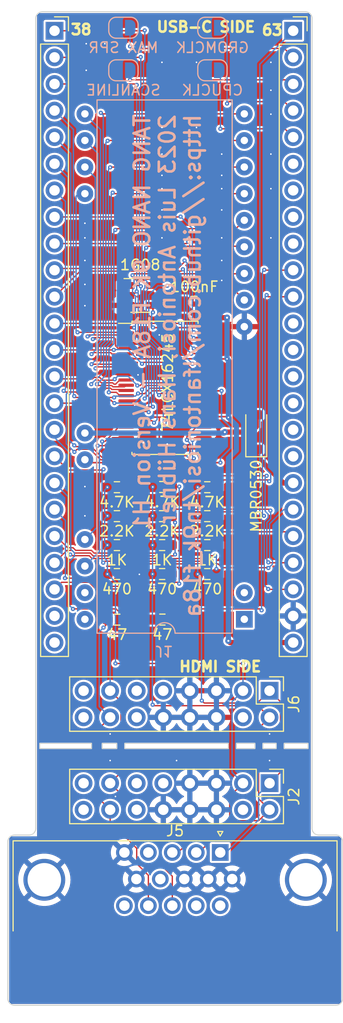
<source format=kicad_pcb>
(kicad_pcb (version 20221018) (generator pcbnew)
  (layers (0 "F.Cu" signal) (31 "B.Cu" signal) (34 "B.Paste" user) (35 "F.Paste" user) (36 "B.SilkS" user "B.Silkscreen") (37 "F.SilkS" user "F.Silkscreen") (38 "B.Mask" user) (39 "F.Mask" user) (44 "Edge.Cuts" user))
  (net 0 "")
  (net 1 "GND")
  (net 2 "VS_3V3")
  (net 3 "USR1_1V8")
  (net 4 "USR2_1V8")
  (net 5 "USR3_1V8")
  (net 6 "USR4_1V8")
  (net 7 "R2_3V3")
  (net 8 "R3_3V3")
  (net 9 "B0_3V3")
  (net 10 "B1_3V3")
  (net 11 "B2_3V3")
  (net 12 "B3_3V3")
  (net 17 "MODE_3V3")
  (net 18 "~{CSW_3V3}")
  (net 19 "~{CSR_3V3}")
  (net 20 "~{INT_3V3}")
  (net 21 "CPUCLK_3V3")
  (net 22 "GROMCLK_3V3")
  (net 23 "~{RESET_3V3}")
  (net 24 "CD0_3V3")
  (net 25 "CD1_3V3")
  (net 26 "CD2_3V3")
  (net 27 "CD3_3V3")
  (net 28 "CD4_3V3")
  (net 29 "CD5_3V3")
  (net 30 "CD6_3V3")
  (net 31 "CD7_3V3")
  (net 32 "HS_3V3")
  (net 33 "R0_3V3")
  (net 34 "R1_3V3")
  (net 35 "G0_3V3")
  (net 36 "G1_3V3")
  (net 37 "G2_3V3")
  (net 38 "G3_3V3")
  (net 41 "MODE")
  (net 42 "~{CSW}")
  (net 43 "~{CSR}")
  (net 44 "~{INT}")
  (net 45 "CD7")
  (net 46 "CD6")
  (net 47 "CD5")
  (net 48 "CD4")
  (net 49 "CD3")
  (net 50 "CD2")
  (net 51 "CD1")
  (net 52 "CD0")
  (net 53 "~{RESET}")
  (net 54 "GROMCLK")
  (net 55 "CPUCLK")
  (net 65 "~{OE1}")
  (net 66 "+3.3V")
  (net 67 "+5V")
  (net 68 "RED")
  (net 69 "GREEN")
  (net 70 "BLUE")
  (net 75 "HSYNC")
  (net 76 "VSYNC")
  (net 89 "Net-(D1-K)")
  (footprint "Connector_PinHeader_2.54mm:PinHeader_2x08_P2.54mm_Vertical" (layer "F.Cu") (at 125.095 131.953 -90)
    (fp_text reference "J2")
    (fp_text value "VGA")
  )
  (footprint "Resistor_SMD:R_0603_1608Metric_Pad0.98x0.95mm_HandSolder" (layer "F.Cu") (at 110.5055 109.22)
    (fp_text reference "R11")
    (fp_text value "1K")
  )
  (footprint "Connector_PinSocket_2.54mm:PinSocket_1x24_P2.54mm_Vertical" (layer "F.Cu") (at 104.5383 60.1064)
    (fp_text reference "J3" hide)
    (fp_text value "Tang Nano 9k")
  )
  (footprint "Resistor_SMD:R_0603_1608Metric_Pad0.98x0.95mm_HandSolder" (layer "F.Cu") (at 119.1415 103.692)
    (fp_text reference "R1")
    (fp_text value "4.7K")
  )
  (footprint "Resistor_SMD:R_0603_1608Metric_Pad0.98x0.95mm_HandSolder" (layer "F.Cu") (at 110.503448 103.691891)
    (fp_text reference "R9")
    (fp_text value "4.7K")
  )
  (footprint "Connector_Dsub:DSUB-15-HD_Female_Horizontal_P2.29x1.98mm_EdgePinOffset3.03mm_Housed_MountingHolesOffset4.94mm" (layer "F.Cu") (at 120.378 139.129669)
    (fp_text reference "J5")
    (fp_text value "VGA")
  )
  (footprint "Package_TO_SOT_SMD:SOT-23-5_HandSoldering" (layer "F.Cu") (at 112.735 85.38)
    (fp_text reference "U1")
    (fp_text value "1G08")
  )
  (footprint "Resistor_SMD:R_0603_1608Metric_Pad0.98x0.95mm_HandSolder" (layer "F.Cu") (at 114.8235 109.22)
    (fp_text reference "R7")
    (fp_text value "1K")
  )
  (footprint "Connector_PinHeader_2.54mm:PinHeader_2x08_P2.54mm_Vertical" (layer "F.Cu") (at 125.095 123.128 -90)
    (fp_text reference "J6")
    (fp_text value "VGA")
  )
  (footprint "Resistor_SMD:R_0603_1608Metric_Pad0.98x0.95mm_HandSolder" (layer "F.Cu") (at 119.1415 109.22)
    (fp_text reference "R3")
    (fp_text value "1K")
  )
  (footprint "Diode_SMD:D_SOD-123" (layer "F.Cu") (at 123.825 98.425 90)
    (fp_text reference "D1")
    (fp_text value "MBR0530")
  )
  (footprint "Resistor_SMD:R_0603_1608Metric_Pad0.98x0.95mm_HandSolder" (layer "F.Cu") (at 110.503448 106.455891)
    (fp_text reference "R10")
    (fp_text value "2.2K")
  )
  (footprint "Resistor_SMD:R_0603_1608Metric_Pad0.98x0.95mm_HandSolder" (layer "F.Cu") (at 114.8235 111.984)
    (fp_text reference "R8")
    (fp_text value "470")
  )
  (footprint "Resistor_SMD:R_0603_1608Metric_Pad0.98x0.95mm_HandSolder" (layer "F.Cu") (at 119.1415 111.984)
    (fp_text reference "R4")
    (fp_text value "470")
  )
  (footprint "Connector_PinSocket_2.54mm:PinSocket_1x24_P2.54mm_Vertical" (layer "F.Cu") (at 127.3552 60.1064)
    (fp_text reference "J4" hide)
    (fp_text value "TN9k/2")
  )
  (footprint "Resistor_SMD:R_0603_1608Metric_Pad0.98x0.95mm_HandSolder" (layer "F.Cu") (at 110.5055 111.984)
    (fp_text reference "R12")
    (fp_text value "470")
  )
  (footprint "Resistor_SMD:R_0603_1608Metric_Pad0.98x0.95mm_HandSolder" (layer "F.Cu") (at 119.1415 106.456)
    (fp_text reference "R2")
    (fp_text value "2.2K")
  )
  (footprint "f18a_footprints:TMS99xxA_Replacement" (layer "F.Cu") (at 115.018 92.68 180)
    (fp_text reference "J1")
    (fp_text value "~")
  )
  (footprint "Resistor_SMD:R_0603_1608Metric_Pad0.98x0.95mm_HandSolder" (layer "F.Cu") (at 114.84436 103.671238)
    (fp_text reference "R5")
    (fp_text value "4.7K")
  )
  (footprint "Package_SO:TSSOP-48_6.1x12.5mm_P0.5mm" (layer "F.Cu") (at 115.101 94.204)
    (fp_text reference "U4")
    (fp_text value "74LCX16245")
  )
  (footprint "Resistor_SMD:R_0603_1608Metric_Pad0.98x0.95mm_HandSolder" (layer "F.Cu") (at 114.847 116.332)
    (fp_text reference "R13")
    (fp_text value "47")
  )
  (footprint "Resistor_SMD:R_0603_1608Metric_Pad0.98x0.95mm_HandSolder" (layer "F.Cu") (at 110.53643 116.338528)
    (fp_text reference "R14")
    (fp_text value "47")
  )
  (footprint "Capacitor_SMD:C_0805_2012Metric_Pad1.18x1.45mm_HandSolder" (layer "F.Cu") (at 117.895 86.203)
    (fp_text reference "C1")
    (fp_text value "100nF")
  )
  (footprint "Resistor_SMD:R_0603_1608Metric_Pad0.98x0.95mm_HandSolder" (layer "F.Cu") (at 114.8235 106.456)
    (fp_text reference "R6")
    (fp_text value "2.2K")
  )
  (footprint "Jumper:SolderJumper-2_P1.3mm_Open_RoundedPad1.0x1.5mm" (layer "B.Cu") (at 119.634 59.817 180)
    (fp_text reference "JP3")
    (fp_text value "GROMCLK")
  )
  (footprint "Jumper:SolderJumper-2_P1.3mm_Open_RoundedPad1.0x1.5mm" (layer "B.Cu") (at 111.125 59.817 180)
    (fp_text reference "JP1")
    (fp_text value "MAX SPR")
  )
  (footprint "Jumper:SolderJumper-2_P1.3mm_Open_RoundedPad1.0x1.5mm" (layer "B.Cu") (at 111.125 63.881 180)
    (fp_text reference "JP2")
    (fp_text value "SCANLINE")
  )
  (footprint "Jumper:SolderJumper-2_P1.3mm_Open_RoundedPad1.0x1.5mm" (layer "B.Cu") (at 119.634 63.881 180)
    (fp_text reference "JP4")
    (fp_text value "CPUCLK")
  )
  (gr_arc (start 132.08 152.527) (mid 131.894013 152.976013) (end 131.445 153.162) (stroke (width 0.1)) (layer "Edge.Cuts"))
  (gr_line (start 128.778 128.651) (end 128.778 128.143) (stroke (width 0.1)) (layer "Edge.Cuts"))
  (gr_arc (start 102.743 136.271) (mid 102.557013 136.720013) (end 102.108 136.906) (stroke (width 0.1)) (layer "Edge.Cuts"))
  (gr_line (start 126.492 128.143) (end 126.492 128.651) (stroke (width 0.1)) (layer "Edge.Cuts"))
  (gr_line (start 121.92 128.143) (end 121.92 128.651) (stroke (width 0.1)) (layer "Edge.Cuts"))
  (gr_arc (start 131.445 136.906) (mid 131.894013 137.091987) (end 132.08 137.541) (stroke (width 0.1)) (layer "Edge.Cuts"))
  (gr_line (start 123.698 128.651) (end 123.698 128.143) (stroke (width 0.1)) (layer "Edge.Cuts"))
  (gr_line (start 102.743 58.928) (end 102.743 136.271) (stroke (width 0.1)) (layer "Edge.Cuts"))
  (gr_line (start 109.093 128.143) (end 109.093 128.651) (stroke (width 0.1)) (layer "Edge.Cuts"))
  (gr_arc (start 100.711 153.162) (mid 100.261987 152.976013) (end 100.076 152.527) (stroke (width 0.1)) (layer "Edge.Cuts"))
  (gr_line (start 123.698 128.143) (end 121.92 128.143) (stroke (width 0.1)) (layer "Edge.Cuts"))
  (gr_line (start 125.73 128.143) (end 124.46 128.143) (stroke (width 0.1)) (layer "Edge.Cuts"))
  (gr_line (start 129.159 136.271) (end 129.159 58.928) (stroke (width 0.1)) (layer "Edge.Cuts"))
  (gr_line (start 125.73 128.651) (end 125.73 128.143) (stroke (width 0.1)) (layer "Edge.Cuts"))
  (gr_line (start 121.158 128.651) (end 121.158 128.143) (stroke (width 0.1)) (layer "Edge.Cuts"))
  (gr_line (start 132.08 137.541) (end 132.08 152.527) (stroke (width 0.1)) (layer "Edge.Cuts"))
  (gr_line (start 124.46 128.143) (end 124.46 128.651) (stroke (width 0.1)) (layer "Edge.Cuts"))
  (gr_arc (start 129.794 136.906) (mid 129.344987 136.720013) (end 129.159 136.271) (stroke (width 0.1)) (layer "Edge.Cuts"))
  (gr_line (start 129.794 136.906) (end 131.445 136.906) (stroke (width 0.1)) (layer "Edge.Cuts"))
  (gr_arc (start 128.524 58.293) (mid 128.973013 58.478987) (end 129.159 58.928) (stroke (width 0.1)) (layer "Edge.Cuts"))
  (gr_line (start 111.252 128.143) (end 111.252 128.651) (stroke (width 0.1)) (layer "Edge.Cuts"))
  (gr_line (start 103.124 128.143) (end 103.124 128.651) (stroke (width 0.1)) (layer "Edge.Cuts"))
  (gr_line (start 100.076 137.541) (end 100.076 152.527) (stroke (width 0.1)) (layer "Edge.Cuts"))
  (gr_line (start 109.093 128.651) (end 110.49 128.651) (stroke (width 0.1)) (layer "Edge.Cuts"))
  (gr_line (start 110.49 128.651) (end 110.49 128.143) (stroke (width 0.1)) (layer "Edge.Cuts"))
  (gr_line (start 121.158 128.143) (end 111.252 128.143) (stroke (width 0.1)) (layer "Edge.Cuts"))
  (gr_line (start 102.108 136.906) (end 100.711 136.906) (stroke (width 0.1)) (layer "Edge.Cuts"))
  (gr_line (start 111.252 128.651) (end 121.158 128.651) (stroke (width 0.1)) (layer "Edge.Cuts"))
  (gr_line (start 110.49 128.143) (end 109.093 128.143) (stroke (width 0.1)) (layer "Edge.Cuts"))
  (gr_line (start 124.46 128.651) (end 125.73 128.651) (stroke (width 0.1)) (layer "Edge.Cuts"))
  (gr_line (start 126.492 128.651) (end 128.778 128.651) (stroke (width 0.1)) (layer "Edge.Cuts"))
  (gr_line (start 121.92 128.651) (end 123.698 128.651) (stroke (width 0.1)) (layer "Edge.Cuts"))
  (gr_line (start 128.524 58.293) (end 103.378 58.293) (stroke (width 0.1)) (layer "Edge.Cuts"))
  (gr_line (start 103.124 128.651) (end 108.077 128.651) (stroke (width 0.1)) (layer "Edge.Cuts"))
  (gr_arc (start 100.076 137.541) (mid 100.261987 137.091987) (end 100.711 136.906) (stroke (width 0.1)) (layer "Edge.Cuts"))
  (gr_line (start 108.077 128.651) (end 108.077 128.143) (stroke (width 0.1)) (layer "Edge.Cuts"))
  (gr_arc (start 102.743 58.928) (mid 102.928987 58.478987) (end 103.378 58.293) (stroke (width 0.1)) (layer "Edge.Cuts"))
  (gr_line (start 108.077 128.143) (end 103.124 128.143) (stroke (width 0.1)) (layer "Edge.Cuts"))
  (gr_line (start 100.711 153.162) (end 131.445 153.162) (stroke (width 0.1)) (layer "Edge.Cuts"))
  (gr_line (start 128.778 128.143) (end 126.492 128.143) (stroke (width 0.1)) (layer "Edge.Cuts"))
  (gr_text "TANG NANO 9K F18A - Version H1\n2023 Luis Antoniosi, Hans Hübner\nhttps://github.com/lfantoniosi/tn9k_f18a" (at 118.618 67.945 90) (layer "B.SilkS") (effects (font (size 1.5 1.5) (thickness 0.25) bold) (justify left bottom mirror)))
  (gr_text "USB-C SIDE" (at 114.173 60.325) (layer "F.SilkS") (effects (font (size 1 1) (thickness 0.25) bold) (justify left bottom)))
  (gr_text "HDMI SIDE" (at 116.332 121.412) (layer "F.SilkS") (effects (font (size 1 1) (thickness 0.25) bold) (justify left bottom)))
  (gr_text "38" (at 105.9688 60.579) (layer "F.SilkS") (effects (font (size 1 1) (thickness 0.25) bold) (justify left bottom)))
  (gr_text "63" (at 124.2314 60.6298) (layer "F.SilkS") (effects (font (size 1 1) (thickness 0.25) bold) (justify left bottom)))
  (via (at 116.205 129.794) (size 0.41) (drill 0.15) (layers "F.Cu" "B.Cu") (net 1))
  (via (at 116.205 136.906) (size 0.41) (drill 0.15) (layers "F.Cu" "B.Cu") (net 1))
  (via (at 107.569 61.341) (size 0.41) (drill 0.15) (layers "F.Cu" "B.Cu") (net 1))
  (via (at 125.222 63.119) (size 0.41) (drill 0.15) (layers "F.Cu" "B.Cu") (net 1))
  (via (at 107.442 78.486) (size 0.41) (drill 0.15) (layers "F.Cu" "B.Cu") (net 1))
  (via (at 107.442 82.042) (size 0.41) (drill 0.15) (layers "F.Cu" "B.Cu") (net 1))
  (via (at 114.808 79.883) (size 0.41) (drill 0.15) (layers "F.Cu" "B.Cu") (net 1))
  (via (at 125.222 65.786) (size 0.41) (drill 0.15) (layers "F.Cu" "B.Cu") (net 1))
  (via (at 118.11 69.342) (size 0.41) (drill 0.15) (layers "F.Cu" "B.Cu") (net 1))
  (via (at 114.808 75.184) (size 0.41) (drill 0.15) (layers "F.Cu" "B.Cu") (net 1))
  (via (at 114.808 71.882) (size 0.41) (drill 0.15) (layers "F.Cu" "B.Cu") (net 1))
  (via (at 125.222 68.072) (size 0.41) (drill 0.15) (layers "F.Cu" "B.Cu") (net 1))
  (via (at 118.11 63.119) (size 0.41) (drill 0.15) (layers "F.Cu" "B.Cu") (net 1))
  (via (at 115.316 99.568) (size 0.41) (drill 0.15) (layers "F.Cu" "B.Cu") (net 1))
  (via (at 114.808 73.914) (size 0.41) (drill 0.15) (layers "F.Cu" "B.Cu") (net 1))
  (via (at 125.095 127.254) (size 0.41) (drill 0.15) (layers "F.Cu" "B.Cu") (net 1))
  (via (at 114.808 69.342) (size 0.41) (drill 0.15) (layers "F.Cu" "B.Cu") (net 1))
  (via (at 114.808 63.119) (size 0.41) (drill 0.15) (layers "F.Cu" "B.Cu") (net 1))
  (via (at 125.095 129.794) (size 0.41) (drill 0.15) (layers "F.Cu" "B.Cu") (net 1))
  (via (at 120.523 82.042) (size 0.41) (drill 0.15) (layers "F.Cu" "B.Cu") (net 1))
  (via (at 107.442 106.426) (size 0.41) (drill 0.15) (layers "F.Cu" "B.Cu") (net 1))
  (via (at 107.442 79.883) (size 0.41) (drill 0.15) (layers "F.Cu" "B.Cu") (net 1))
  (via (at 120.523 73.914) (size 0.41) (drill 0.15) (layers "F.Cu" "B.Cu") (net 1))
  (via (at 107.442 84.328) (size 0.41) (drill 0.15) (layers "F.Cu" "B.Cu") (net 1))
  (via (at 120.523 83.947) (size 0.41) (drill 0.15) (layers "F.Cu" "B.Cu") (net 1))
  (via (at 107.442 86.36) (size 0.41) (drill 0.15) (layers "F.Cu" "B.Cu") (net 1))
  (via (at 114.808 77.216) (size 0.41) (drill 0.15) (layers "F.Cu" "B.Cu") (net 1))
  (via (at 109.855 129.794) (size 0.41) (drill 0.15) (layers "F.Cu" "B.Cu") (net 1))
  (via (at 110.363 133.223) (size 0.41) (drill 0.15) (layers "F.Cu" "B.Cu") (net 1))
  (via (at 125.222 79.883) (size 0.41) (drill 0.15) (layers "F.Cu" "B.Cu") (net 1))
  (via (at 114.554 89.154) (size 0.41) (drill 0.15) (layers "F.Cu" "B.Cu") (net 1))
  (via (at 107.442 103.632) (size 0.41) (drill 0.15) (layers "F.Cu" "B.Cu") (net 1))
  (via (at 115.824 92.71) (size 0.41) (drill 0.15) (layers "F.Cu" "B.Cu") (net 1))
  (via (at 125.222 75.184) (size 0.41) (drill 0.15) (layers "F.Cu" "B.Cu") (net 1))
  (via (at 112.649 112.014) (size 0.41) (drill 0.15) (layers "F.Cu" "B.Cu") (net 1))
  (via (at 113.03 99.441) (size 0.41) (drill 0.15) (layers "F.Cu" "B.Cu") (net 1))
  (via (at 120.523 75.184) (size 0.41) (drill 0.15) (layers "F.Cu" "B.Cu") (net 1))
  (via (at 120.523 79.883) (size 0.41) (drill 0.15) (layers "F.Cu" "B.Cu") (net 1))
  (via (at 112.522 92.964) (size 0.41) (drill 0.15) (layers "F.Cu" "B.Cu") (net 1))
  (via (at 120.523 77.216) (size 0.41) (drill 0.15) (layers "F.Cu" "B.Cu") (net 1))
  (via (at 107.569 63.881) (size 0.41) (drill 0.15) (layers "F.Cu" "B.Cu") (net 1))
  (via (at 125.222 71.882) (size 0.41) (drill 0.15) (layers "F.Cu" "B.Cu") (net 1))
  (via (at 109.347 61.341) (size 0.41) (drill 0.15) (layers "F.Cu" "B.Cu") (net 1))
  (via (at 120.523 71.882) (size 0.41) (drill 0.15) (layers "F.Cu" "B.Cu") (net 1))
  (via (at 109.855 127.254) (size 0.41) (drill 0.15) (layers "F.Cu" "B.Cu") (net 1))
  (via (at 115.824 95.631) (size 0.41) (drill 0.15) (layers "F.Cu" "B.Cu") (net 1))
  (segment (start 106.3035 115.3115) (end 106.299 115.316) (width 0.127) (layer "F.Cu") (net 2))
  (segment (start 110.421902 115.3115) (end 106.3035 115.3115) (width 0.127) (layer "F.Cu") (net 2))
  (segment (start 111.44893 116.338528) (end 110.421902 115.3115) (width 0.127) (layer "F.Cu") (net 2))
  (via (at 106.299 115.316) (size 0.41) (drill 0.15) (layers "F.Cu" "B.Cu") (net 2))
  (segment (start 104.5383 98.9503) (end 104.5383 98.2064) (width 0.127) (layer "B.Cu") (net 2))
  (segment (start 106.4405 110.286822) (end 106.4405 109.959178) (width 0.127) (layer "B.Cu") (net 2))
  (segment (start 106.4405 109.959178) (end 106.0868 109.605478) (width 0.127) (layer "B.Cu") (net 2))
  (segment (start 105.8328 110.894522) (end 106.4405 110.286822) (width 0.127) (layer "B.Cu") (net 2))
  (segment (start 105.8328 112.112978) (end 105.8328 110.894522) (width 0.127) (layer "B.Cu") (net 2))
  (segment (start 106.0868 100.4988) (end 104.5383 98.9503) (width 0.127) (layer "B.Cu") (net 2))
  (segment (start 106.0868 109.605478) (end 106.0868 100.4988) (width 0.127) (layer "B.Cu") (net 2))
  (segment (start 106.299 115.316) (end 105.9325 114.9495) (width 0.127) (layer "B.Cu") (net 2))
  (segment (start 105.9325 114.9495) (end 105.9325 112.212678) (width 0.127) (layer "B.Cu") (net 2))
  (segment (start 105.9325 112.212678) (end 105.8328 112.112978) (width 0.127) (layer "B.Cu") (net 2))
  (segment (start 126.5052 61.7964) (end 111.9614 61.7964) (width 0.127) (layer "F.Cu") (net 3))
  (segment (start 111.9614 61.7964) (end 111.76 61.595) (width 0.127) (layer "F.Cu") (net 3))
  (segment (start 127.3552 62.6464) (end 126.5052 61.7964) (width 0.127) (layer "F.Cu") (net 3))
  (via (at 111.76 61.595) (size 0.41) (drill 0.15) (layers "F.Cu" "B.Cu") (net 3))
  (segment (start 111.76 61.595) (end 111.76 59.832) (width 0.127) (layer "B.Cu") (net 3))
  (segment (start 111.76 59.832) (end 111.775 59.817) (width 0.127) (layer "B.Cu") (net 3))
  (segment (start 127.3552 65.1864) (end 126.9602 64.7914) (width 0.127) (layer "F.Cu") (net 4))
  (segment (start 126.9602 64.7914) (end 111.76 64.7914) (width 0.127) (layer "F.Cu") (net 4))
  (via (at 111.76 64.7914) (size 0.41) (drill 0.15) (layers "F.Cu" "B.Cu") (net 4))
  (segment (start 111.76 63.896) (end 111.775 63.881) (width 0.127) (layer "B.Cu") (net 4))
  (segment (start 111.76 64.7914) (end 111.76 63.896) (width 0.127) (layer "B.Cu") (net 4))
  (segment (start 126.5052 66.8764) (end 121.2106 66.8764) (width 0.127) (layer "F.Cu") (net 5))
  (segment (start 121.2106 66.8764) (end 121.031 67.056) (width 0.127) (layer "F.Cu") (net 5))
  (segment (start 127.3552 67.7264) (end 126.5052 66.8764) (width 0.127) (layer "F.Cu") (net 5))
  (via (at 121.031 67.056) (size 0.41) (drill 0.15) (layers "F.Cu" "B.Cu") (net 5))
  (segment (start 121.031 60.564) (end 120.284 59.817) (width 0.127) (layer "B.Cu") (net 5))
  (segment (start 121.031 67.056) (end 121.031 60.564) (width 0.127) (layer "B.Cu") (net 5))
  (segment (start 127.3552 70.2664) (end 126.5578 69.469) (width 0.127) (layer "F.Cu") (net 6))
  (segment (start 126.5578 69.469) (end 120.396 69.469) (width 0.127) (layer "F.Cu") (net 6))
  (via (at 120.396 69.469) (size 0.41) (drill 0.15) (layers "F.Cu" "B.Cu") (net 6))
  (segment (start 120.396 63.993) (end 120.284 63.881) (width 0.127) (layer "B.Cu") (net 6))
  (segment (start 120.396 69.469) (end 120.396 63.993) (width 0.127) (layer "B.Cu") (net 6))
  (segment (start 118.7695 110.5045) (end 108.125279 110.5045) (width 0.127) (layer "F.Cu") (net 7))
  (segment (start 108.125279 110.5045) (end 107.852279 110.2315) (width 0.127) (layer "F.Cu") (net 7))
  (segment (start 107.852279 110.2315) (end 106.1535 110.2315) (width 0.127) (layer "F.Cu") (net 7))
  (segment (start 106.1535 110.2315) (end 106.045 110.123) (width 0.127) (layer "F.Cu") (net 7))
  (segment (start 120.054 109.22) (end 118.7695 110.5045) (width 0.127) (layer "F.Cu") (net 7))
  (via (at 106.045 110.123) (size 0.41) (drill 0.15) (layers "F.Cu" "B.Cu") (net 7))
  (segment (start 106.045 110.123) (end 105.8328 109.9108) (width 0.127) (layer "B.Cu") (net 7))
  (segment (start 105.8328 104.5809) (end 104.5383 103.2864) (width 0.127) (layer "B.Cu") (net 7))
  (segment (start 105.8328 109.9108) (end 105.8328 104.5809) (width 0.127) (layer "B.Cu") (net 7))
  (segment (start 109.1485 102.0525) (end 105.8444 102.0525) (width 0.127) (layer "F.Cu") (net 8))
  (segment (start 105.8444 102.0525) (end 104.5383 100.7464) (width 0.127) (layer "F.Cu") (net 8))
  (segment (start 109.3385 110.7585) (end 118.87471 110.7585) (width 0.127) (layer "F.Cu") (net 8))
  (segment (start 109.1975 110.8995) (end 109.3385 110.7585) (width 0.127) (layer "F.Cu") (net 8))
  (segment (start 109.22 101.981) (end 109.1485 102.0525) (width 0.127) (layer "F.Cu") (net 8))
  (segment (start 120.054 111.545) (end 120.015 111.506) (width 0.127) (layer "F.Cu") (net 8))
  (segment (start 120.054 111.984) (end 120.054 111.545) (width 0.127) (layer "F.Cu") (net 8))
  (segment (start 119.39721 110.236) (end 119.888 110.236) (width 0.127) (layer "F.Cu") (net 8))
  (segment (start 118.87471 110.7585) (end 119.39721 110.236) (width 0.127) (layer "F.Cu") (net 8))
  (via (at 109.22 101.981) (size 0.41) (drill 0.15) (layers "F.Cu" "B.Cu") (net 8))
  (via (at 109.1975 110.8995) (size 0.41) (drill 0.15) (layers "F.Cu" "B.Cu") (net 8))
  (via (at 120.015 111.506) (size 0.41) (drill 0.15) (layers "F.Cu" "B.Cu") (net 8))
  (via (at 119.888 110.236) (size 0.41) (drill 0.15) (layers "F.Cu" "B.Cu") (net 8))
  (segment (start 109.0785 110.7805) (end 109.0785 102.1225) (width 0.127) (layer "B.Cu") (net 8))
  (segment (start 120.015 110.363) (end 119.888 110.236) (width 0.127) (layer "B.Cu") (net 8))
  (segment (start 109.0785 102.1225) (end 109.22 101.981) (width 0.127) (layer "B.Cu") (net 8))
  (segment (start 109.1975 110.8995) (end 109.0785 110.7805) (width 0.127) (layer "B.Cu") (net 8))
  (segment (start 120.015 111.506) (end 120.015 110.363) (width 0.127) (layer "B.Cu") (net 8))
  (segment (start 124.968 113.411) (end 125.0034 113.4464) (width 0.127) (layer "F.Cu") (net 9))
  (segment (start 124.8125 102.602) (end 112.505839 102.602) (width 0.127) (layer "F.Cu") (net 9))
  (segment (start 112.505839 102.602) (end 111.415948 103.691891) (width 0.127) (layer "F.Cu") (net 9))
  (segment (start 125.0034 113.4464) (end 127.3552 113.4464) (width 0.127) (layer "F.Cu") (net 9))
  (via (at 124.8125 102.602) (size 0.41) (drill 0.15) (layers "F.Cu" "B.Cu") (net 9))
  (via (at 124.968 113.411) (size 0.41) (drill 0.15) (layers "F.Cu" "B.Cu") (net 9))
  (segment (start 124.6715 105.979178) (end 124.9545 106.262178) (width 0.127) (layer "B.Cu") (net 9))
  (segment (start 124.8125 102.602) (end 124.6715 102.743) (width 0.127) (layer "B.Cu") (net 9))
  (segment (start 124.9545 106.589822) (end 124.587 106.957322) (width 0.127) (layer "B.Cu") (net 9))
  (segment (start 124.587 113.03) (end 124.968 113.411) (width 0.127) (layer "B.Cu") (net 9))
  (segment (start 124.9545 106.262178) (end 124.9545 106.589822) (width 0.127) (layer "B.Cu") (net 9))
  (segment (start 124.6715 102.743) (end 124.6715 105.979178) (width 0.127) (layer "B.Cu") (net 9))
  (segment (start 124.587 106.957322) (end 124.587 113.03) (width 0.127) (layer "B.Cu") (net 9))
  (segment (start 112.080839 105.791) (end 111.415948 106.455891) (width 0.127) (layer "F.Cu") (net 10))
  (segment (start 125.175499 105.924562) (end 125.041937 105.791) (width 0.127) (layer "F.Cu") (net 10))
  (segment (start 124.982 110.871) (end 125.0174 110.9064) (width 0.127) (layer "F.Cu") (net 10))
  (segment (start 125.041937 105.791) (end 112.080839 105.791) (width 0.127) (layer "F.Cu") (net 10))
  (segment (start 125.0174 110.9064) (end 127.3552 110.9064) (width 0.127) (layer "F.Cu") (net 10))
  (via (at 125.175499 105.924562) (size 0.41) (drill 0.15) (layers "F.Cu" "B.Cu") (net 10))
  (via (at 124.982 110.871) (size 0.41) (drill 0.15) (layers "F.Cu" "B.Cu") (net 10))
  (segment (start 125.2085 106.695032) (end 125.2085 106.156968) (width 0.127) (layer "B.Cu") (net 10))
  (segment (start 124.841 110.73) (end 124.841 107.062532) (width 0.127) (layer "B.Cu") (net 10))
  (segment (start 125.175499 106.123967) (end 125.175499 105.924562) (width 0.127) (layer "B.Cu") (net 10))
  (segment (start 125.2085 106.156968) (end 125.175499 106.123967) (width 0.127) (layer "B.Cu") (net 10))
  (segment (start 124.841 107.062532) (end 125.2085 106.695032) (width 0.127) (layer "B.Cu") (net 10))
  (segment (start 124.982 110.871) (end 124.841 110.73) (width 0.127) (layer "B.Cu") (net 10))
  (segment (start 126.9388 107.95) (end 127.3552 108.3664) (width 0.127) (layer "F.Cu") (net 11))
  (segment (start 111.418 109.22) (end 112.688 107.95) (width 0.127) (layer "F.Cu") (net 11))
  (segment (start 112.688 107.95) (end 126.9388 107.95) (width 0.127) (layer "F.Cu") (net 11))
  (segment (start 112.3895 111.0125) (end 111.418 111.984) (width 0.127) (layer "F.Cu") (net 12))
  (segment (start 120.541783 111.379) (end 120.175283 111.0125) (width 0.127) (layer "F.Cu") (net 12))
  (segment (start 124.982 111.407503) (end 124.953497 111.379) (width 0.127) (layer "F.Cu") (net 12))
  (segment (start 124.953497 111.379) (end 120.541783 111.379) (width 0.127) (layer "F.Cu") (net 12))
  (segment (start 120.175283 111.0125) (end 112.3895 111.0125) (width 0.127) (layer "F.Cu") (net 12))
  (via (at 124.982 111.407503) (size 0.41) (drill 0.15) (layers "F.Cu" "B.Cu") (net 12))
  (segment (start 125.095 110.424678) (end 125.095 107.188) (width 0.127) (layer "B.Cu") (net 12))
  (segment (start 126.4566 105.8264) (end 127.3552 105.8264) (width 0.127) (layer "B.Cu") (net 12))
  (segment (start 124.982 111.407503) (end 125.004819 111.407503) (width 0.127) (layer "B.Cu") (net 12))
  (segment (start 125.145822 111.2665) (end 125.3775 111.034822) (width 0.127) (layer "B.Cu") (net 12))
  (segment (start 125.004819 111.407503) (end 124.863816 111.2665) (width 0.127) (layer "B.Cu") (net 12))
  (segment (start 125.3775 111.034822) (end 125.3775 110.707178) (width 0.127) (layer "B.Cu") (net 12))
  (segment (start 125.095 107.188) (end 126.4566 105.8264) (width 0.127) (layer "B.Cu") (net 12))
  (segment (start 124.863816 111.2665) (end 125.145822 111.2665) (width 0.127) (layer "B.Cu") (net 12))
  (segment (start 125.3775 110.707178) (end 125.095 110.424678) (width 0.127) (layer "B.Cu") (net 12))
  (segment (start 114.046 97.536) (end 113.8485 97.3385) (width 0.127) (layer "F.Cu") (net 17))
  (segment (start 112.220211 97.3385) (end 112.104711 97.454) (width 0.127) (layer "F.Cu") (net 17))
  (segment (start 104.5383 60.1064) (end 113.1216 60.1064) (width 0.127) (layer "F.Cu") (net 17))
  (segment (start 113.8485 97.3385) (end 112.220211 97.3385) (width 0.127) (layer "F.Cu") (net 17))
  (segment (start 113.1216 60.1064) (end 113.157 60.071) (width 0.127) (layer "F.Cu") (net 17))
  (segment (start 112.104711 97.454) (end 111.3885 97.454) (width 0.127) (layer "F.Cu") (net 17))
  (via (at 113.157 60.071) (size 0.41) (drill 0.15) (layers "F.Cu" "B.Cu") (net 17))
  (via (at 114.046 97.536) (size 0.41) (drill 0.15) (layers "F.Cu" "B.Cu") (net 17))
  (segment (start 114.343 97.239) (end 114.343 95.7865) (width 0.127) (layer "B.Cu") (net 17))
  (segment (start 113.044 84.80908) (end 113.1855 84.66758) (width 0.127) (layer "B.Cu") (net 17))
  (segment (start 113.1715 62.992) (end 113.1715 60.0855) (width 0.127) (layer "B.Cu") (net 17))
  (segment (start 114.0605 95.504) (end 114.0605 90.50387) (width 0.127) (layer "B.Cu") (net 17))
  (segment (start 114.343 95.7865) (end 114.0605 95.504) (width 0.127) (layer "B.Cu") (net 17))
  (segment (start 113.0445 65.547032) (end 113.0445 63.119) (width 0.127) (layer "B.Cu") (net 17))
  (segment (start 114.046 97.536) (end 114.343 97.239) (width 0.127) (layer "B.Cu") (net 17))
  (segment (start 112.903 65.688532) (end 113.0445 65.547032) (width 0.127) (layer "B.Cu") (net 17))
  (segment (start 113.0445 63.119) (end 113.1715 62.992) (width 0.127) (layer "B.Cu") (net 17))
  (segment (start 112.903 83.947) (end 112.903 65.688532) (width 0.127) (layer "B.Cu") (net 17))
  (segment (start 113.044 89.48737) (end 113.044 84.80908) (width 0.127) (layer "B.Cu") (net 17))
  (segment (start 114.0605 90.50387) (end 113.044 89.48737) (width 0.127) (layer "B.Cu") (net 17))
  (segment (start 113.1855 84.66758) (end 113.1855 84.2295) (width 0.127) (layer "B.Cu") (net 17))
  (segment (start 113.1855 84.2295) (end 112.903 83.947) (width 0.127) (layer "B.Cu") (net 17))
  (segment (start 113.1715 60.0855) (end 113.157 60.071) (width 0.127) (layer "B.Cu") (net 17))
  (segment (start 112.186474 96.139) (end 112.001474 95.954) (width 0.127) (layer "F.Cu") (net 18))
  (segment (start 112.7406 62.6464) (end 112.776 62.611) (width 0.127) (layer "F.Cu") (net 18))
  (segment (start 112.79 84.503758) (end 112.716242 84.43) (width 0.127) (layer "F.Cu") (net 18))
  (segment (start 113.486678 96.012) (end 113.359678 96.139) (width 0.127) (layer "F.Cu") (net 18))
  (segment (start 104.5383 62.6464) (end 112.7406 62.6464) (width 0.127) (layer "F.Cu") (net 18))
  (segment (start 113.9475 96.012) (end 113.486678 96.012) (width 0.127) (layer "F.Cu") (net 18))
  (segment (start 113.359678 96.139) (end 112.186474 96.139) (width 0.127) (layer "F.Cu") (net 18))
  (segment (start 112.716242 84.43) (end 111.385 84.43) (width 0.127) (layer "F.Cu") (net 18))
  (segment (start 112.001474 95.954) (end 111.3885 95.954) (width 0.127) (layer "F.Cu") (net 18))
  (via (at 112.79 84.503758) (size 0.41) (drill 0.15) (layers "F.Cu" "B.Cu") (net 18))
  (via (at 113.9475 96.012) (size 0.41) (drill 0.15) (layers "F.Cu" "B.Cu") (net 18))
  (via (at 112.776 62.611) (size 0.41) (drill 0.15) (layers "F.Cu" "B.Cu") (net 18))
  (segment (start 113.8065 90.60908) (end 113.8065 95.871) (width 0.127) (layer "B.Cu") (net 18))
  (segment (start 112.79 84.503758) (end 112.649 84.362758) (width 0.127) (layer "B.Cu") (net 18))
  (segment (start 112.649 84.362758) (end 112.649 65.583322) (width 0.127) (layer "B.Cu") (net 18))
  (segment (start 112.79 89.59258) (end 113.8065 90.60908) (width 0.127) (layer "B.Cu") (net 18))
  (segment (start 112.649 65.583322) (end 112.7905 65.441822) (width 0.127) (layer "B.Cu") (net 18))
  (segment (start 112.7905 62.6255) (end 112.776 62.611) (width 0.127) (layer "B.Cu") (net 18))
  (segment (start 113.8065 95.871) (end 113.9475 96.012) (width 0.127) (layer "B.Cu") (net 18))
  (segment (start 112.79 84.503758) (end 112.79 89.59258) (width 0.127) (layer "B.Cu") (net 18))
  (segment (start 112.7905 65.441822) (end 112.7905 62.6255) (width 0.127) (layer "B.Cu") (net 18))
  (segment (start 113.476805 96.458805) (end 111.393305 96.458805) (width 0.127) (layer "F.Cu") (net 19))
  (segment (start 104.5383 65.1864) (end 112.3034 65.1864) (width 0.127) (layer "F.Cu") (net 19))
  (segment (start 112.395 84.993731) (end 112.008731 85.38) (width 0.127) (layer "F.Cu") (net 19))
  (segment (start 112.008731 85.38) (end 111.385 85.38) (width 0.127) (layer "F.Cu") (net 19))
  (segment (start 113.538 96.52) (end 113.476805 96.458805) (width 0.127) (layer "F.Cu") (net 19))
  (segment (start 112.3034 65.1864) (end 112.395 65.278) (width 0.127) (layer "F.Cu") (net 19))
  (segment (start 111.393305 96.458805) (end 111.3885 96.454) (width 0.127) (layer "F.Cu") (net 19))
  (via (at 112.395 84.993731) (size 0.41) (drill 0.15) (layers "F.Cu" "B.Cu") (net 19))
  (via (at 112.395 65.278) (size 0.41) (drill 0.15) (layers "F.Cu" "B.Cu") (net 19))
  (via (at 113.538 96.52) (size 0.41) (drill 0.15) (layers "F.Cu" "B.Cu") (net 19))
  (segment (start 112.395 65.278) (end 112.395 84.993731) (width 0.127) (layer "B.Cu") (net 19))
  (segment (start 113.5525 96.5055) (end 113.538 96.52) (width 0.127) (layer "B.Cu") (net 19))
  (segment (start 113.5525 90.71429) (end 113.5525 96.5055) (width 0.127) (layer "B.Cu") (net 19))
  (segment (start 112.536 85.134731) (end 112.536 89.69779) (width 0.127) (layer "B.Cu") (net 19))
  (segment (start 112.536 89.69779) (end 113.5525 90.71429) (width 0.127) (layer "B.Cu") (net 19))
  (segment (start 112.395 84.993731) (end 112.536 85.134731) (width 0.127) (layer "B.Cu") (net 19))
  (segment (start 112.540285 94.760285) (end 113.138715 94.760285) (width 0.127) (layer "F.Cu") (net 20))
  (segment (start 106.426 94.996) (end 106.553 95.123) (width 0.127) (layer "F.Cu") (net 20))
  (segment (start 112.522 94.742) (end 112.540285 94.760285) (width 0.127) (layer "F.Cu") (net 20))
  (segment (start 118.097289 94.954) (end 118.8135 94.954) (width 0.127) (layer "F.Cu") (net 20))
  (segment (start 113.665 94.234) (end 117.377289 94.234) (width 0.127) (layer "F.Cu") (net 20))
  (segment (start 106.553 95.123) (end 110.236 95.123) (width 0.127) (layer "F.Cu") (net 20))
  (segment (start 117.377289 94.234) (end 118.097289 94.954) (width 0.127) (layer "F.Cu") (net 20))
  (segment (start 113.138715 94.760285) (end 113.665 94.234) (width 0.127) (layer "F.Cu") (net 20))
  (via (at 112.522 94.742) (size 0.41) (drill 0.15) (layers "F.Cu" "B.Cu") (net 20))
  (via (at 106.426 94.996) (size 0.41) (drill 0.15) (layers "F.Cu" "B.Cu") (net 20))
  (via (at 110.236 95.123) (size 0.41) (drill 0.15) (layers "F.Cu" "B.Cu") (net 20))
  (segment (start 106.343887 72.136) (end 106.343887 94.913887) (width 0.127) (layer "B.Cu") (net 20))
  (segment (start 112.522 94.742) (end 112.268 94.996) (width 0.127) (layer "B.Cu") (net 20))
  (segment (start 104.5383 67.7264) (end 106.343887 69.531987) (width 0.127) (layer "B.Cu") (net 20))
  (segment (start 112.268 94.996) (end 110.363 94.996) (width 0.127) (layer "B.Cu") (net 20))
  (segment (start 110.363 94.996) (end 110.236 95.123) (width 0.127) (layer "B.Cu") (net 20))
  (segment (start 106.343887 94.913887) (end 106.426 94.996) (width 0.127) (layer "B.Cu") (net 20))
  (segment (start 106.343887 69.531987) (end 106.343887 72.136) (width 0.127) (layer "B.Cu") (net 20))
  (segment (start 117.334 100.6855) (end 116.7385 100.6855) (width 0.127) (layer "F.Cu") (net 21))
  (segment (start 108.05071 99.8175) (end 106.5485 99.8175) (width 0.127) (layer "F.Cu") (net 21))
  (segment (start 116.5975 100.8265) (end 109.05971 100.8265) (width 0.127) (layer "F.Cu") (net 21))
  (segment (start 117.192497 99.1765) (end 117.192497 98.858792) (width 0.127) (layer "F.Cu") (net 21))
  (segment (start 118.097289 97.954) (end 118.8135 97.954) (width 0.127) (layer "F.Cu") (net 21))
  (segment (start 106.5485 99.8175) (end 106.426 99.695) (width 0.127) (layer "F.Cu") (net 21))
  (segment (start 109.05971 100.8265) (end 108.05071 99.8175) (width 0.127) (layer "F.Cu") (net 21))
  (segment (start 117.192497 98.858792) (end 118.097289 97.954) (width 0.127) (layer "F.Cu") (net 21))
  (segment (start 116.7385 100.6855) (end 116.5975 100.8265) (width 0.127) (layer "F.Cu") (net 21))
  (via (at 106.426 99.695) (size 0.41) (drill 0.15) (layers "F.Cu" "B.Cu") (net 21))
  (via (at 117.334 100.6855) (size 0.41) (drill 0.15) (layers "F.Cu" "B.Cu") (net 21))
  (via (at 117.192497 99.1765) (size 0.41) (drill 0.15) (layers "F.Cu" "B.Cu") (net 21))
  (segment (start 106.089887 94.726645) (end 106.089887 71.817987) (width 0.127) (layer "B.Cu") (net 21))
  (segment (start 117.475 100.5445) (end 117.334 100.6855) (width 0.127) (layer "B.Cu") (net 21))
  (segment (start 106.426 99.695) (end 105.918 99.187) (width 0.127) (layer "B.Cu") (net 21))
  (segment (start 117.192497 99.199319) (end 117.475 99.481822) (width 0.127) (layer "B.Cu") (net 21))
  (segment (start 117.192497 99.1765) (end 117.192497 99.199319) (width 0.127) (layer "B.Cu") (net 21))
  (segment (start 105.918 99.187) (end 105.918 94.898532) (width 0.127) (layer "B.Cu") (net 21))
  (segment (start 105.918 94.898532) (end 106.089887 94.726645) (width 0.127) (layer "B.Cu") (net 21))
  (segment (start 117.475 99.481822) (end 117.475 100.5445) (width 0.127) (layer "B.Cu") (net 21))
  (segment (start 106.089887 71.817987) (end 104.5383 70.2664) (width 0.127) (layer "B.Cu") (net 21))
  (segment (start 117.729 99.1765) (end 117.9515 98.954) (width 0.127) (layer "F.Cu") (net 22))
  (segment (start 117.715 101.0805) (end 108.9545 101.0805) (width 0.127) (layer "F.Cu") (net 22))
  (segment (start 108.9545 101.0805) (end 107.9455 100.0715) (width 0.127) (layer "F.Cu") (net 22))
  (segment (start 107.9455 100.0715) (end 106.69175 100.0715) (width 0.127) (layer "F.Cu") (net 22))
  (segment (start 117.856 100.9395) (end 117.715 101.0805) (width 0.127) (layer "F.Cu") (net 22))
  (segment (start 106.69175 100.0715) (end 106.440432 100.322818) (width 0.127) (layer "F.Cu") (net 22))
  (segment (start 117.9515 98.954) (end 118.8135 98.954) (width 0.127) (layer "F.Cu") (net 22))
  (via (at 106.440432 100.322818) (size 0.41) (drill 0.15) (layers "F.Cu" "B.Cu") (net 22))
  (via (at 117.729 99.1765) (size 0.41) (drill 0.15) (layers "F.Cu" "B.Cu") (net 22))
  (via (at 117.856 100.9395) (size 0.41) (drill 0.15) (layers "F.Cu" "B.Cu") (net 22))
  (segment (start 117.856 100.9395) (end 117.729 100.8125) (width 0.127) (layer "B.Cu") (net 22))
  (segment (start 106.440432 100.322818) (end 105.664 99.546386) (width 0.127) (layer "B.Cu") (net 22))
  (segment (start 105.835887 94.621435) (end 105.835887 74.103987) (width 0.127) (layer "B.Cu") (net 22))
  (segment (start 105.835887 74.103987) (end 104.5383 72.8064) (width 0.127) (layer "B.Cu") (net 22))
  (segment (start 105.664 94.793322) (end 105.835887 94.621435) (width 0.127) (layer "B.Cu") (net 22))
  (segment (start 105.664 99.546386) (end 105.664 94.793322) (width 0.127) (layer "B.Cu") (net 22))
  (segment (start 117.729 100.8125) (end 117.729 99.1765) (width 0.127) (layer "B.Cu") (net 22))
  (segment (start 108.864661 94.869) (end 109.500161 94.2335) (width 0.127) (layer "F.Cu") (net 23))
  (segment (start 106.858322 94.869) (end 108.864661 94.869) (width 0.127) (layer "F.Cu") (net 23))
  (segment (start 109.500161 94.2335) (end 109.891822 94.2335) (width 0.127) (layer "F.Cu") (net 23))
  (segment (start 105.41 94.488) (end 105.5225 94.6005) (width 0.127) (layer "F.Cu") (net 23))
  (segment (start 111.2955 94.361) (end 111.3885 94.454) (width 0.127) (layer "F.Cu") (net 23))
  (segment (start 105.5225 94.6005) (end 106.589822 94.6005) (width 0.127) (layer "F.Cu") (net 23))
  (segment (start 109.891822 94.2335) (end 110.019322 94.361) (width 0.127) (layer "F.Cu") (net 23))
  (segment (start 110.019322 94.361) (end 111.2955 94.361) (width 0.127) (layer "F.Cu") (net 23))
  (segment (start 106.589822 94.6005) (end 106.858322 94.869) (width 0.127) (layer "F.Cu") (net 23))
  (via (at 105.41 94.488) (size 0.41) (drill 0.15) (layers "F.Cu" "B.Cu") (net 23))
  (segment (start 105.41 94.488) (end 105.581887 94.316113) (width 0.127) (layer "B.Cu") (net 23))
  (segment (start 105.581887 94.316113) (end 105.581887 76.389987) (width 0.127) (layer "B.Cu") (net 23))
  (segment (start 105.581887 76.389987) (end 104.5383 75.3464) (width 0.127) (layer "B.Cu") (net 23))
  (segment (start 117.856 88.9) (end 118.7595 88.9) (width 0.127) (layer "F.Cu") (net 24))
  (segment (start 116.5506 77.8864) (end 116.586 77.851) (width 0.127) (layer "F.Cu") (net 24))
  (segment (start 104.5383 77.8864) (end 116.5506 77.8864) (width 0.127) (layer "F.Cu") (net 24))
  (segment (start 118.7595 88.9) (end 118.8135 88.954) (width 0.127) (layer "F.Cu") (net 24))
  (via (at 116.586 77.851) (size 0.41) (drill 0.15) (layers "F.Cu" "B.Cu") (net 24))
  (via (at 117.856 88.9) (size 0.41) (drill 0.15) (layers "F.Cu" "B.Cu") (net 24))
  (segment (start 117.7145 78.9795) (end 116.586 77.851) (width 0.127) (layer "B.Cu") (net 24))
  (segment (start 117.856 88.9) (end 117.7145 88.7585) (width 0.127) (layer "B.Cu") (net 24))
  (segment (start 117.7145 88.7585) (end 117.7145 78.9795) (width 0.127) (layer "B.Cu") (net 24))
  (segment (start 117.1571 80.4264) (end 104.5383 80.4264) (width 0.127) (layer "F.Cu") (net 25))
  (segment (start 117.846781 89.436423) (end 118.795923 89.436423) (width 0.127) (layer "F.Cu") (net 25))
  (segment (start 118.795923 89.436423) (end 118.8135 89.454) (width 0.127) (layer "F.Cu") (net 25))
  (segment (start 117.3195 80.264) (end 117.1571 80.4264) (width 0.127) (layer "F.Cu") (net 25))
  (via (at 117.3195 80.264) (size 0.41) (drill 0.15) (layers "F.Cu" "B.Cu") (net 25))
  (via (at 117.846781 89.436423) (size 0.41) (drill 0.15) (layers "F.Cu" "B.Cu") (net 25))
  (segment (start 117.4605 80.405) (end 117.4605 89.063822) (width 0.127) (layer "B.Cu") (net 25))
  (segment (start 117.3195 80.264) (end 117.4605 80.405) (width 0.127) (layer "B.Cu") (net 25))
  (segment (start 117.705858 89.2955) (end 117.846781 89.436423) (width 0.127) (layer "B.Cu") (net 25))
  (segment (start 117.4605 89.063822) (end 117.692178 89.2955) (width 0.127) (layer "B.Cu") (net 25))
  (segment (start 117.692178 89.2955) (end 117.705858 89.2955) (width 0.127) (layer "B.Cu") (net 25))
  (segment (start 104.7007 82.804) (end 104.5383 82.9664) (width 0.127) (layer "F.Cu") (net 26))
  (segment (start 117.856 90.454) (end 118.8135 90.454) (width 0.127) (layer "F.Cu") (net 26))
  (segment (start 116.967 82.169) (end 116.332 82.804) (width 0.127) (layer "F.Cu") (net 26))
  (segment (start 116.967 82.042) (end 116.967 82.169) (width 0.127) (layer "F.Cu") (net 26))
  (segment (start 116.332 82.804) (end 104.7007 82.804) (width 0.127) (layer "F.Cu") (net 26))
  (via (at 116.967 82.042) (size 0.41) (drill 0.15) (layers "F.Cu" "B.Cu") (net 26))
  (via (at 117.856 90.454) (size 0.41) (drill 0.15) (layers "F.Cu" "B.Cu") (net 26))
  (segment (start 117.2065 82.2815) (end 117.2065 89.8045) (width 0.127) (layer "B.Cu") (net 26))
  (segment (start 116.967 82.042) (end 117.2065 82.2815) (width 0.127) (layer "B.Cu") (net 26))
  (segment (start 117.2065 89.8045) (end 117.856 90.454) (width 0.127) (layer "B.Cu") (net 26))
  (segment (start 117.602 90.948941) (end 117.618941 90.932) (width 0.127) (layer "F.Cu") (net 27))
  (segment (start 116.8115 82.883115) (end 116.636615 83.058) (width 0.127) (layer "F.Cu") (net 27))
  (segment (start 116.636615 83.058) (end 106.9867 83.058) (width 0.127) (layer "F.Cu") (net 27))
  (segment (start 106.9867 83.058) (end 104.5383 85.5064) (width 0.127) (layer "F.Cu") (net 27))
  (segment (start 117.618941 90.932) (end 118.7915 90.932) (width 0.127) (layer "F.Cu") (net 27))
  (segment (start 118.7915 90.932) (end 118.8135 90.954) (width 0.127) (layer "F.Cu") (net 27))
  (via (at 116.8115 82.883115) (size 0.41) (drill 0.15) (layers "F.Cu" "B.Cu") (net 27))
  (via (at 117.602 90.948941) (size 0.41) (drill 0.15) (layers "F.Cu" "B.Cu") (net 27))
  (segment (start 116.9525 90.299441) (end 117.602 90.948941) (width 0.127) (layer "B.Cu") (net 27))
  (segment (start 116.8115 82.883115) (end 116.9525 83.024115) (width 0.127) (layer "B.Cu") (net 27))
  (segment (start 116.9525 83.024115) (end 116.9525 90.299441) (width 0.127) (layer "B.Cu") (net 27))
  (segment (start 117.729 91.907941) (end 118.767441 91.907941) (width 0.127) (layer "F.Cu") (net 28))
  (segment (start 116.5575 88.011) (end 116.5221 88.0464) (width 0.127) (layer "F.Cu") (net 28))
  (segment (start 118.767441 91.907941) (end 118.8135 91.954) (width 0.127) (layer "F.Cu") (net 28))
  (segment (start 116.5221 88.0464) (end 104.5383 88.0464) (width 0.127) (layer "F.Cu") (net 28))
  (via (at 117.729 91.907941) (size 0.41) (drill 0.15) (layers "F.Cu" "B.Cu") (net 28))
  (via (at 116.5575 88.011) (size 0.41) (drill 0.15) (layers "F.Cu" "B.Cu") (net 28))
  (segment (start 116.5575 88.011) (end 116.6985 88.152) (width 0.127) (layer "B.Cu") (net 28))
  (segment (start 116.6985 88.152) (end 116.6985 90.877441) (width 0.127) (layer "B.Cu") (net 28))
  (segment (start 116.6985 90.877441) (end 117.729 91.907941) (width 0.127) (layer "B.Cu") (net 28))
  (segment (start 112.9035 91.907941) (end 113.0445 91.766941) (width 0.127) (layer "F.Cu") (net 29))
  (segment (start 113.0445 91.766941) (end 117.028678 91.766941) (width 0.127) (layer "F.Cu") (net 29))
  (segment (start 110.190568 90.5864) (end 104.5383 90.5864) (width 0.127) (layer "F.Cu") (net 29))
  (segment (start 117.028678 91.766941) (end 117.715737 92.454) (width 0.127) (layer "F.Cu") (net 29))
  (segment (start 117.715737 92.454) (end 118.8135 92.454) (width 0.127) (layer "F.Cu") (net 29))
  (segment (start 110.198425 90.578543) (end 110.190568 90.5864) (width 0.127) (layer "F.Cu") (net 29))
  (via (at 110.198425 90.578543) (size 0.41) (drill 0.15) (layers "F.Cu" "B.Cu") (net 29))
  (via (at 112.9035 91.907941) (size 0.41) (drill 0.15) (layers "F.Cu" "B.Cu") (net 29))
  (segment (start 110.225968 90.551) (end 111.546559 90.551) (width 0.127) (layer "B.Cu") (net 29))
  (segment (start 110.198425 90.578543) (end 110.225968 90.551) (width 0.127) (layer "B.Cu") (net 29))
  (segment (start 111.546559 90.551) (end 112.9035 91.907941) (width 0.127) (layer "B.Cu") (net 29))
  (segment (start 108.315968 93.2035) (end 108.174468 93.345) (width 0.127) (layer "F.Cu") (net 30))
  (segment (start 112.4575 93.98) (end 112.728963 93.98) (width 0.127) (layer "F.Cu") (net 30))
  (segment (start 112.728963 93.98) (end 112.982963 93.726) (width 0.127) (layer "F.Cu") (net 30))
  (segment (start 112.982963 93.726) (end 117.928526 93.726) (width 0.127) (layer "F.Cu") (net 30))
  (segment (start 110.190724 93.472) (end 109.122532 93.472) (width 0.127) (layer "F.Cu") (net 30))
  (segment (start 109.122532 93.472) (end 108.854032 93.2035) (width 0.127) (layer "F.Cu") (net 30))
  (segment (start 110.286576 93.376148) (end 110.190724 93.472) (width 0.127) (layer "F.Cu") (net 30))
  (segment (start 108.854032 93.2035) (end 108.315968 93.2035) (width 0.127) (layer "F.Cu") (net 30))
  (segment (start 108.174468 93.345) (end 104.7569 93.345) (width 0.127) (layer "F.Cu") (net 30))
  (segment (start 118.200526 93.454) (end 118.8135 93.454) (width 0.127) (layer "F.Cu") (net 30))
  (segment (start 117.928526 93.726) (end 118.200526 93.454) (width 0.127) (layer "F.Cu") (net 30))
  (segment (start 104.7569 93.345) (end 104.5383 93.1264) (width 0.127) (layer "F.Cu") (net 30))
  (via (at 110.286576 93.376148) (size 0.41) (drill 0.15) (layers "F.Cu" "B.Cu") (net 30))
  (via (at 112.4575 93.98) (size 0.41) (drill 0.15) (layers "F.Cu" "B.Cu") (net 30))
  (segment (start 110.286576 93.376148) (end 110.571724 93.091) (width 0.127) (layer "B.Cu") (net 30))
  (segment (start 111.5685 93.091) (end 112.4575 93.98) (width 0.127) (layer "B.Cu") (net 30))
  (segment (start 110.571724 93.091) (end 111.5685 93.091) (width 0.127) (layer "B.Cu") (net 30))
  (segment (start 106.604322 95.377) (end 106.314922 95.6664) (width 0.127) (layer "F.Cu") (net 31))
  (segment (start 110.212429 95.658751) (end 109.930678 95.377) (width 0.127) (layer "F.Cu") (net 31))
  (segment (start 113.288285 93.98) (end 118.7875 93.98) (width 0.127) (layer "F.Cu") (net 31))
  (segment (start 110.264379 95.658751) (end 110.212429 95.658751) (width 0.127) (layer "F.Cu") (net 31))
  (segment (start 112.9035 94.364785) (end 113.288285 93.98) (width 0.127) (layer "F.Cu") (net 31))
  (segment (start 118.7875 93.98) (end 118.8135 93.954) (width 0.127) (layer "F.Cu") (net 31))
  (segment (start 106.314922 95.6664) (end 104.5383 95.6664) (width 0.127) (layer "F.Cu") (net 31))
  (segment (start 109.930678 95.377) (end 106.604322 95.377) (width 0.127) (layer "F.Cu") (net 31))
  (via (at 112.9035 94.364785) (size 0.41) (drill 0.15) (layers "F.Cu" "B.Cu") (net 31))
  (via (at 110.264379 95.658751) (size 0.41) (drill 0.15) (layers "F.Cu" "B.Cu") (net 31))
  (segment (start 112.9175 94.378785) (end 112.9175 94.905822) (width 0.127) (layer "B.Cu") (net 31))
  (segment (start 112.9035 94.364785) (end 112.9175 94.378785) (width 0.127) (layer "B.Cu") (net 31))
  (segment (start 112.9175 94.905822) (end 112.164571 95.658751) (width 0.127) (layer "B.Cu") (net 31))
  (segment (start 112.164571 95.658751) (end 110.264379 95.658751) (width 0.127) (layer "B.Cu") (net 31))
  (segment (start 115.7595 116.332) (end 116.78 115.3115) (width 0.127) (layer "F.Cu") (net 32))
  (segment (start 124.2015 115.3115) (end 124.333 115.443) (width 0.127) (layer "F.Cu") (net 32))
  (segment (start 116.78 115.3115) (end 124.2015 115.3115) (width 0.127) (layer "F.Cu") (net 32))
  (via (at 124.333 115.443) (size 0.41) (drill 0.15) (layers "F.Cu" "B.Cu") (net 32))
  (segment (start 124.1635 106.589822) (end 124.1635 63.2981) (width 0.127) (layer "B.Cu") (net 32))
  (segment (start 124.333 115.443) (end 124.333 106.759322) (width 0.127) (layer "B.Cu") (net 32))
  (segment (start 124.1635 63.2981) (end 127.3552 60.1064) (width 0.127) (layer "B.Cu") (net 32))
  (segment (start 124.333 106.759322) (end 124.1635 106.589822) (width 0.127) (layer "B.Cu") (net 32))
  (segment (start 124.9395 102.997) (end 120.749 102.997) (width 0.127) (layer "F.Cu") (net 33))
  (segment (start 120.749 102.997) (end 120.054 103.692) (width 0.127) (layer "F.Cu") (net 33))
  (segment (start 124.9749 85.5064) (end 127.3552 85.5064) (width 0.127) (layer "F.Cu") (net 33))
  (segment (start 125.0665 103.124) (end 124.9395 102.997) (width 0.127) (layer "F.Cu") (net 33))
  (segment (start 124.8125 85.344) (end 124.9749 85.5064) (width 0.127) (layer "F.Cu") (net 33))
  (via (at 125.0665 103.124) (size 0.41) (drill 0.15) (layers "F.Cu" "B.Cu") (net 33))
  (via (at 124.8125 85.344) (size 0.41) (drill 0.15) (layers "F.Cu" "B.Cu") (net 33))
  (segment (start 124.6715 85.485) (end 124.8125 85.344) (width 0.127) (layer "B.Cu") (net 33))
  (segment (start 125.208 102.9825) (end 125.208 102.438178) (width 0.127) (layer "B.Cu") (net 33))
  (segment (start 124.6715 101.901678) (end 124.6715 85.485) (width 0.127) (layer "B.Cu") (net 33))
  (segment (start 125.0665 103.124) (end 125.208 102.9825) (width 0.127) (layer "B.Cu") (net 33))
  (segment (start 125.208 102.438178) (end 124.6715 101.901678) (width 0.127) (layer "B.Cu") (net 33))
  (segment (start 120.465 106.045) (end 124.178 106.045) (width 0.127) (layer "F.Cu") (net 34))
  (segment (start 124.6224 82.9664) (end 127.3552 82.9664) (width 0.127) (layer "F.Cu") (net 34))
  (segment (start 124.178 106.045) (end 124.559 106.426) (width 0.127) (layer "F.Cu") (net 34))
  (segment (start 120.054 106.456) (end 120.465 106.045) (width 0.127) (layer "F.Cu") (net 34))
  (segment (start 124.587 82.931) (end 124.6224 82.9664) (width 0.127) (layer "F.Cu") (net 34))
  (via (at 124.559 106.426) (size 0.41) (drill 0.15) (layers "F.Cu" "B.Cu") (net 34))
  (via (at 124.587 82.931) (size 0.41) (drill 0.15) (layers "F.Cu" "B.Cu") (net 34))
  (segment (start 124.559 106.426) (end 124.4175 106.2845) (width 0.127) (layer "B.Cu") (net 34))
  (segment (start 124.4175 83.1005) (end 124.587 82.931) (width 0.127) (layer "B.Cu") (net 34))
  (segment (start 124.4175 106.2845) (end 124.4175 83.1005) (width 0.127) (layer "B.Cu") (net 34))
  (segment (start 116.419762 103.671238) (end 116.459 103.632) (width 0.127) (layer "F.Cu") (net 35))
  (segment (start 115.75686 103.671238) (end 116.419762 103.671238) (width 0.127) (layer "F.Cu") (net 35))
  (segment (start 108.491779 113.411) (end 107.852279 112.7715) (width 0.127) (layer "F.Cu") (net 35))
  (segment (start 116.459 112.903) (end 116.3275 112.7715) (width 0.127) (layer "F.Cu") (net 35))
  (segment (start 114.66821 113.411) (end 108.491779 113.411) (width 0.127) (layer "F.Cu") (net 35))
  (segment (start 115.30771 112.7715) (end 114.66821 113.411) (width 0.127) (layer "F.Cu") (net 35))
  (segment (start 116.3275 112.7715) (end 115.30771 112.7715) (width 0.127) (layer "F.Cu") (net 35))
  (segment (start 105.2132 112.7715) (end 104.5383 113.4464) (width 0.127) (layer "F.Cu") (net 35))
  (segment (start 107.852279 112.7715) (end 105.2132 112.7715) (width 0.127) (layer "F.Cu") (net 35))
  (via (at 116.459 112.903) (size 0.41) (drill 0.15) (layers "F.Cu" "B.Cu") (net 35))
  (via (at 116.459 103.632) (size 0.41) (drill 0.15) (layers "F.Cu" "B.Cu") (net 35))
  (segment (start 116.459 103.632) (end 116.459 112.903) (width 0.127) (layer "B.Cu") (net 35))
  (segment (start 106.458822 109.9775) (end 106.208822 109.7275) (width 0.127) (layer "F.Cu") (net 36))
  (segment (start 116.064 110.109) (end 115.9225 110.2505) (width 0.127) (layer "F.Cu") (net 36))
  (segment (start 108.230489 110.2505) (end 107.957489 109.9775) (width 0.127) (layer "F.Cu") (net 36))
  (segment (start 115.736 106.456) (end 115.736 106.733) (width 0.127) (layer "F.Cu") (net 36))
  (segment (start 115.9225 110.2505) (end 108.230489 110.2505) (width 0.127) (layer "F.Cu") (net 36))
  (segment (start 107.957489 109.9775) (end 106.458822 109.9775) (width 0.127) (layer "F.Cu") (net 36))
  (segment (start 105.7172 109.7275) (end 104.5383 110.9064) (width 0.127) (layer "F.Cu") (net 36))
  (segment (start 106.208822 109.7275) (end 105.7172 109.7275) (width 0.127) (layer "F.Cu") (net 36))
  (segment (start 115.736 106.733) (end 116.064 107.061) (width 0.127) (layer "F.Cu") (net 36))
  (via (at 116.064 110.109) (size 0.41) (drill 0.15) (layers "F.Cu" "B.Cu") (net 36))
  (via (at 116.064 107.061) (size 0.41) (drill 0.15) (layers "F.Cu" "B.Cu") (net 36))
  (segment (start 116.064 107.061) (end 116.064 110.109) (width 0.127) (layer "B.Cu") (net 36))
  (segment (start 106.564032 109.7235) (end 106.314032 109.4735) (width 0.127) (layer "F.Cu") (net 37))
  (segment (start 114.974 109.982) (end 108.321199 109.982) (width 0.127) (layer "F.Cu") (net 37))
  (segment (start 108.321199 109.982) (end 108.062699 109.7235) (width 0.127) (layer "F.Cu") (net 37))
  (segment (start 108.062699 109.7235) (end 106.564032 109.7235) (width 0.127) (layer "F.Cu") (net 37))
  (segment (start 115.736 109.22) (end 114.974 109.982) (width 0.127) (layer "F.Cu") (net 37))
  (segment (start 106.314032 109.4735) (end 105.7905 109.4735) (width 0.127) (layer "F.Cu") (net 37))
  (segment (start 104.6834 108.3664) (end 104.5383 108.3664) (width 0.127) (layer "F.Cu") (net 37))
  (segment (start 105.7905 109.4735) (end 104.6834 108.3664) (width 0.127) (layer "F.Cu") (net 37))
  (segment (start 107.816489 112.3765) (end 105.537 112.3765) (width 0.127) (layer "F.Cu") (net 38))
  (segment (start 115.736 111.984) (end 114.563 113.157) (width 0.127) (layer "F.Cu") (net 38))
  (segment (start 108.596989 113.157) (end 107.816489 112.3765) (width 0.127) (layer "F.Cu") (net 38))
  (segment (start 114.563 113.157) (end 108.596989 113.157) (width 0.127) (layer "F.Cu") (net 38))
  (via (at 105.537 112.3765) (size 0.41) (drill 0.15) (layers "F.Cu" "B.Cu") (net 38))
  (segment (start 105.5788 106.8669) (end 104.5383 105.8264) (width 0.127) (layer "B.Cu") (net 38))
  (segment (start 105.5788 112.3347) (end 105.5788 106.8669) (width 0.127) (layer "B.Cu") (net 38))
  (segment (start 105.537 112.3765) (end 105.5788 112.3347) (width 0.127) (layer "B.Cu") (net 38))
  (segment (start 121.315 84.455) (end 122.682 85.822) (width 0.127) (layer "F.Cu") (net 41))
  (segment (start 115.316 84.455) (end 121.315 84.455) (width 0.127) (layer "F.Cu") (net 41))
  (segment (start 115.062 97.536) (end 115.2595 97.3385) (width 0.127) (layer "F.Cu") (net 41))
  (segment (start 117.981789 97.3385) (end 118.097289 97.454) (width 0.127) (layer "F.Cu") (net 41))
  (segment (start 118.097289 97.454) (end 118.8135 97.454) (width 0.127) (layer "F.Cu") (net 41))
  (segment (start 115.2595 97.3385) (end 117.981789 97.3385) (width 0.127) (layer "F.Cu") (net 41))
  (via (at 115.316 84.455) (size 0.41) (drill 0.15) (layers "F.Cu" "B.Cu") (net 41))
  (via (at 115.062 97.536) (size 0.41) (drill 0.15) (layers "F.Cu" "B.Cu") (net 41))
  (segment (start 115.316 84.455) (end 114.427 84.455) (width 0.127) (layer "B.Cu") (net 41))
  (segment (start 114.427 84.455) (end 113.552 85.33) (width 0.127) (layer "B.Cu") (net 41))
  (segment (start 113.552 89.27695) (end 114.5685 90.29345) (width 0.127) (layer "B.Cu") (net 41))
  (segment (start 114.935 97.409) (end 115.062 97.536) (width 0.127) (layer "B.Cu") (net 41))
  (segment (start 114.5685 90.29345) (end 114.5685 94.3755) (width 0.127) (layer "B.Cu") (net 41))
  (segment (start 113.552 85.33) (end 113.552 89.27695) (width 0.127) (layer "B.Cu") (net 41))
  (segment (start 114.5685 94.3755) (end 114.935 94.742) (width 0.127) (layer "B.Cu") (net 41))
  (segment (start 114.935 94.742) (end 114.935 97.409) (width 0.127) (layer "B.Cu") (net 41))
  (segment (start 113.893937 94.488) (end 116.631289 94.488) (width 0.127) (layer "F.Cu") (net 42))
  (segment (start 122.652 83.312) (end 112.141 83.312) (width 0.127) (layer "F.Cu") (net 42))
  (segment (start 112.141 83.312) (end 112 83.453) (width 0.127) (layer "F.Cu") (net 42))
  (segment (start 118.097289 95.954) (end 118.8135 95.954) (width 0.127) (layer "F.Cu") (net 42))
  (segment (start 122.682 83.282) (end 122.652 83.312) (width 0.127) (layer "F.Cu") (net 42))
  (segment (start 116.631289 94.488) (end 118.097289 95.954) (width 0.127) (layer "F.Cu") (net 42))
  (segment (start 113.1575 95.224437) (end 113.893937 94.488) (width 0.127) (layer "F.Cu") (net 42))
  (via (at 113.1575 95.224437) (size 0.41) (drill 0.15) (layers "F.Cu" "B.Cu") (net 42))
  (via (at 112 83.453) (size 0.41) (drill 0.15) (layers "F.Cu" "B.Cu") (net 42))
  (via (at 112.141 88.454) (size 0.41) (drill 0.15) (layers "F.Cu" "B.Cu") (net 42))
  (segment (start 112.141 88.454) (end 112.282 88.313) (width 0.127) (layer "B.Cu") (net 42))
  (segment (start 112.282 88.313) (end 112.282 85.440053) (width 0.127) (layer "B.Cu") (net 42))
  (segment (start 113.2985 95.083437) (end 113.2985 90.8195) (width 0.127) (layer "B.Cu") (net 42))
  (segment (start 112.282 85.440053) (end 111.9995 85.157553) (width 0.127) (layer "B.Cu") (net 42))
  (segment (start 112.141 83.594) (end 112 83.453) (width 0.127) (layer "B.Cu") (net 42))
  (segment (start 112.282 89.803) (end 112.282 88.595) (width 0.127) (layer "B.Cu") (net 42))
  (segment (start 112.141 84.688409) (end 112.141 83.594) (width 0.127) (layer "B.Cu") (net 42))
  (segment (start 112.282 88.595) (end 112.141 88.454) (width 0.127) (layer "B.Cu") (net 42))
  (segment (start 111.9995 84.829909) (end 112.141 84.688409) (width 0.127) (layer "B.Cu") (net 42))
  (segment (start 113.2985 90.8195) (end 112.282 89.803) (width 0.127) (layer "B.Cu") (net 42))
  (segment (start 113.1575 95.224437) (end 113.2985 95.083437) (width 0.127) (layer "B.Cu") (net 42))
  (segment (start 111.9995 85.157553) (end 111.9995 84.829909) (width 0.127) (layer "B.Cu") (net 42))
  (segment (start 113.439 80.6804) (end 113.298 80.8214) (width 0.127) (layer "F.Cu") (net 43))
  (segment (start 122.6204 80.6804) (end 113.439 80.6804) (width 0.127) (layer "F.Cu") (net 43))
  (segment (start 114.695 94.742) (end 116.488526 94.742) (width 0.127) (layer "F.Cu") (net 43))
  (segment (start 116.488526 94.742) (end 118.200526 96.454) (width 0.127) (layer "F.Cu") (net 43))
  (segment (start 118.200526 96.454) (end 118.8135 96.454) (width 0.127) (layer "F.Cu") (net 43))
  (segment (start 122.682 80.742) (end 122.6204 80.6804) (width 0.127) (layer "F.Cu") (net 43))
  (segment (start 114.535692 94.901308) (end 114.695 94.742) (width 0.127) (layer "F.Cu") (net 43))
  (via (at 114.535692 94.901308) (size 0.41) (drill 0.15) (layers "F.Cu" "B.Cu") (net 43))
  (via (at 113.298 80.8214) (size 0.41) (drill 0.15) (layers "F.Cu" "B.Cu") (net 43))
  (segment (start 114.3145 94.680116) (end 114.3145 90.39866) (width 0.127) (layer "B.Cu") (net 43))
  (segment (start 113.157 80.9624) (end 113.298 80.8214) (width 0.127) (layer "B.Cu") (net 43))
  (segment (start 113.4395 84.8215) (end 113.4395 84.12429) (width 0.127) (layer "B.Cu") (net 43))
  (segment (start 113.298 84.963) (end 113.4395 84.8215) (width 0.127) (layer "B.Cu") (net 43))
  (segment (start 114.3145 90.39866) (end 113.298 89.38216) (width 0.127) (layer "B.Cu") (net 43))
  (segment (start 113.4395 84.12429) (end 113.157 83.84179) (width 0.127) (layer "B.Cu") (net 43))
  (segment (start 114.535692 94.901308) (end 114.3145 94.680116) (width 0.127) (layer "B.Cu") (net 43))
  (segment (start 113.298 89.38216) (end 113.298 84.963) (width 0.127) (layer "B.Cu") (net 43))
  (segment (start 113.157 83.84179) (end 113.157 80.9624) (width 0.127) (layer "B.Cu") (net 43))
  (segment (start 110.775526 94.954) (end 111.3885 94.954) (width 0.127) (layer "F.Cu") (net 44))
  (segment (start 122.682 78.202) (end 121.882001 79.001999) (width 0.127) (layer "F.Cu") (net 44))
  (segment (start 109.728 94.629) (end 110.450526 94.629) (width 0.127) (layer "F.Cu") (net 44))
  (segment (start 110.450526 94.629) (end 110.775526 94.954) (width 0.127) (layer "F.Cu") (net 44))
  (segment (start 110.470501 79.001999) (end 110.3515 79.121) (width 0.127) (layer "F.Cu") (net 44))
  (segment (start 121.882001 79.001999) (end 110.470501 79.001999) (width 0.127) (layer "F.Cu") (net 44))
  (via (at 110.3515 79.121) (size 0.41) (drill 0.15) (layers "F.Cu" "B.Cu") (net 44))
  (via (at 109.728 94.629) (size 0.41) (drill 0.15) (layers "F.Cu" "B.Cu") (net 44))
  (segment (start 109.7425 90.475852) (end 110.2105 90.007852) (width 0.127) (layer "B.Cu") (net 44))
  (segment (start 110.2105 90.007852) (end 110.2105 79.262) (width 0.127) (layer "B.Cu") (net 44))
  (segment (start 109.7425 92.71) (end 109.7425 90.475852) (width 0.127) (layer "B.Cu") (net 44))
  (segment (start 109.7425 92.71) (end 109.7425 94.6145) (width 0.127) (layer "B.Cu") (net 44))
  (segment (start 110.2105 79.262) (end 110.3515 79.121) (width 0.127) (layer "B.Cu") (net 44))
  (segment (start 109.7425 94.6145) (end 109.728 94.629) (width 0.127) (layer "B.Cu") (net 44))
  (segment (start 108.7115 93.9795) (end 109.997032 93.9795) (width 0.127) (layer "F.Cu") (net 45))
  (segment (start 122.682 75.662) (end 110.1945 75.662) (width 0.127) (layer "F.Cu") (net 45))
  (segment (start 108.585 93.853) (end 108.7115 93.9795) (width 0.127) (layer "F.Cu") (net 45))
  (segment (start 109.997032 93.9795) (end 110.124532 94.107) (width 0.127) (layer "F.Cu") (net 45))
  (segment (start 110.124532 94.107) (end 111.2355 94.107) (width 0.127) (layer "F.Cu") (net 45))
  (segment (start 110.1945 75.662) (end 110.0975 75.565) (width 0.127) (layer "F.Cu") (net 45))
  (segment (start 111.2355 94.107) (end 111.3885 93.954) (width 0.127) (layer "F.Cu") (net 45))
  (via (at 108.585 93.853) (size 0.41) (drill 0.15) (layers "F.Cu" "B.Cu") (net 45))
  (via (at 110.0975 75.565) (size 0.41) (drill 0.15) (layers "F.Cu" "B.Cu") (net 45))
  (segment (start 109.9565 75.706) (end 109.9565 89.883872) (width 0.127) (layer "B.Cu") (net 45))
  (segment (start 109.9565 89.883872) (end 109.4885 90.351872) (width 0.127) (layer "B.Cu") (net 45))
  (segment (start 110.0975 75.565) (end 109.9565 75.706) (width 0.127) (layer "B.Cu") (net 45))
  (segment (start 109.4885 92.9495) (end 108.585 93.853) (width 0.127) (layer "B.Cu") (net 45))
  (segment (start 109.4885 90.351872) (end 109.4885 92.9495) (width 0.127) (layer "B.Cu") (net 45))
  (segment (start 108.421178 93.4575) (end 108.748822 93.4575) (width 0.127) (layer "F.Cu") (net 46))
  (segment (start 108.1895 93.711997) (end 108.1895 93.689178) (width 0.127) (layer "F.Cu") (net 46))
  (segment (start 108.1895 93.689178) (end 108.421178 93.4575) (width 0.127) (layer "F.Cu") (net 46))
  (segment (start 109.016822 93.7255) (end 110.102242 93.7255) (width 0.127) (layer "F.Cu") (net 46))
  (segment (start 110.229742 93.853) (end 110.376526 93.853) (width 0.127) (layer "F.Cu") (net 46))
  (segment (start 110.102242 93.7255) (end 110.229742 93.853) (width 0.127) (layer "F.Cu") (net 46))
  (segment (start 108.748822 93.4575) (end 109.016822 93.7255) (width 0.127) (layer "F.Cu") (net 46))
  (segment (start 108.048497 93.853) (end 108.1895 93.711997) (width 0.127) (layer "F.Cu") (net 46))
  (segment (start 109.885 73.122) (end 109.855 73.152) (width 0.127) (layer "F.Cu") (net 46))
  (segment (start 122.682 73.122) (end 109.885 73.122) (width 0.127) (layer "F.Cu") (net 46))
  (segment (start 110.376526 93.853) (end 110.775526 93.454) (width 0.127) (layer "F.Cu") (net 46))
  (segment (start 110.775526 93.454) (end 111.3885 93.454) (width 0.127) (layer "F.Cu") (net 46))
  (via (at 109.855 73.152) (size 0.41) (drill 0.15) (layers "F.Cu" "B.Cu") (net 46))
  (via (at 108.048497 93.853) (size 0.41) (drill 0.15) (layers "F.Cu" "B.Cu") (net 46))
  (segment (start 109.7025 73.3045) (end 109.855 73.152) (width 0.127) (layer "B.Cu") (net 46))
  (segment (start 108.1895 93.689178) (end 108.421178 93.4575) (width 0.127) (layer "B.Cu") (net 46))
  (segment (start 108.443997 93.4575) (end 109.2345 92.666997) (width 0.127) (layer "B.Cu") (net 46))
  (segment (start 108.1895 93.711997) (end 108.1895 93.689178) (width 0.127) (layer "B.Cu") (net 46))
  (segment (start 108.421178 93.4575) (end 108.443997 93.4575) (width 0.127) (layer "B.Cu") (net 46))
  (segment (start 109.7025 89.778662) (end 109.7025 73.3045) (width 0.127) (layer "B.Cu") (net 46))
  (segment (start 108.048497 93.853) (end 108.1895 93.711997) (width 0.127) (layer "B.Cu") (net 46))
  (segment (start 109.2345 92.666997) (end 109.2345 90.246662) (width 0.127) (layer "B.Cu") (net 46))
  (segment (start 109.2345 90.246662) (end 109.7025 89.778662) (width 0.127) (layer "B.Cu") (net 46))
  (segment (start 122.682 70.582) (end 109.645 70.582) (width 0.127) (layer "F.Cu") (net 47))
  (segment (start 110.523526 92.202) (end 110.775526 92.454) (width 0.127) (layer "F.Cu") (net 47))
  (segment (start 108.599 92.202) (end 110.523526 92.202) (width 0.127) (layer "F.Cu") (net 47))
  (segment (start 110.775526 92.454) (end 111.3885 92.454) (width 0.127) (layer "F.Cu") (net 47))
  (segment (start 109.645 70.582) (end 109.615 70.612) (width 0.127) (layer "F.Cu") (net 47))
  (segment (start 108.458 92.343) (end 108.599 92.202) (width 0.127) (layer "F.Cu") (net 47))
  (via (at 108.458 92.343) (size 0.41) (drill 0.15) (layers "F.Cu" "B.Cu") (net 47))
  (via (at 109.615 70.612) (size 0.41) (drill 0.15) (layers "F.Cu" "B.Cu") (net 47))
  (segment (start 108.458 92.343) (end 108.458 92.253322) (width 0.127) (layer "B.Cu") (net 47))
  (segment (start 109.4485 70.7785) (end 109.615 70.612) (width 0.127) (layer "B.Cu") (net 47))
  (segment (start 109.4485 89.673452) (end 109.4485 70.7785) (width 0.127) (layer "B.Cu") (net 47))
  (segment (start 108.9805 90.141452) (end 109.4485 89.673452) (width 0.127) (layer "B.Cu") (net 47))
  (segment (start 108.9805 91.730822) (end 108.9805 90.141452) (width 0.127) (layer "B.Cu") (net 47))
  (segment (start 108.458 92.253322) (end 108.9805 91.730822) (width 0.127) (layer "B.Cu") (net 47))
  (segment (start 109.063 68.042) (end 108.966 67.945) (width 0.127) (layer "F.Cu") (net 48))
  (segment (start 111.3825 91.948) (end 111.3885 91.954) (width 0.127) (layer "F.Cu") (net 48))
  (segment (start 122.682 68.042) (end 109.063 68.042) (width 0.127) (layer "F.Cu") (net 48))
  (segment (start 108.077 91.948) (end 111.3825 91.948) (width 0.127) (layer "F.Cu") (net 48))
  (via (at 108.966 67.945) (size 0.41) (drill 0.15) (layers "F.Cu" "B.Cu") (net 48))
  (via (at 108.077 91.948) (size 0.41) (drill 0.15) (layers "F.Cu" "B.Cu") (net 48))
  (segment (start 108.7265 90.036242) (end 109.1945 89.568242) (width 0.127) (layer "B.Cu") (net 48))
  (segment (start 109.1945 89.568242) (end 109.1945 68.1735) (width 0.127) (layer "B.Cu") (net 48))
  (segment (start 109.1945 68.1735) (end 108.966 67.945) (width 0.127) (layer "B.Cu") (net 48))
  (segment (start 108.077 91.948) (end 108.7265 91.2985) (width 0.127) (layer "B.Cu") (net 48))
  (segment (start 108.7265 91.2985) (end 108.7265 90.036242) (width 0.127) (layer "B.Cu") (net 48))
  (segment (start 108.077 90.9814) (end 108.218 90.8404) (width 0.127) (layer "F.Cu") (net 49))
  (segment (start 110.034603 90.974043) (end 111.368457 90.974043) (width 0.127) (layer "F.Cu") (net 49))
  (segment (start 108.218 90.8404) (end 109.90096 90.8404) (width 0.127) (layer "F.Cu") (net 49))
  (segment (start 109.90096 90.8404) (end 110.034603 90.974043) (width 0.127) (layer "F.Cu") (net 49))
  (segment (start 111.368457 90.974043) (end 111.3885 90.954) (width 0.127) (layer "F.Cu") (net 49))
  (via (at 108.077 90.9814) (size 0.41) (drill 0.15) (layers "F.Cu" "B.Cu") (net 49))
  (segment (start 108.9405 89.463032) (end 108.9405 88.051) (width 0.127) (layer "B.Cu") (net 49))
  (segment (start 108.077 90.9814) (end 108.4725 90.5859) (width 0.127) (layer "B.Cu") (net 49))
  (segment (start 107.442 68.042) (end 108.9405 69.5405) (width 0.127) (layer "B.Cu") (net 49))
  (segment (start 108.9405 69.5405) (end 108.9405 87.971) (width 0.127) (layer "B.Cu") (net 49))
  (segment (start 108.4725 89.931032) (end 108.9405 89.463032) (width 0.127) (layer "B.Cu") (net 49))
  (segment (start 108.4725 90.5859) (end 108.4725 89.931032) (width 0.127) (layer "B.Cu") (net 49))
  (segment (start 110.236 89.408) (end 110.363 89.535) (width 0.127) (layer "F.Cu") (net 50))
  (segment (start 110.632498 90.454) (end 111.3885 90.454) (width 0.127) (layer "F.Cu") (net 50))
  (segment (start 110.363 89.535) (end 110.363 90.184502) (width 0.127) (layer "F.Cu") (net 50))
  (segment (start 108.204 89.549) (end 108.345 89.408) (width 0.127) (layer "F.Cu") (net 50))
  (segment (start 108.345 89.408) (end 110.236 89.408) (width 0.127) (layer "F.Cu") (net 50))
  (segment (start 110.363 90.184502) (end 110.632498 90.454) (width 0.127) (layer "F.Cu") (net 50))
  (via (at 108.204 89.549) (size 0.41) (drill 0.15) (layers "F.Cu" "B.Cu") (net 50))
  (segment (start 108.204 89.549) (end 108.495322 89.549) (width 0.127) (layer "B.Cu") (net 50))
  (segment (start 108.6865 71.8265) (end 107.442 70.582) (width 0.127) (layer "B.Cu") (net 50))
  (segment (start 108.6865 89.357822) (end 108.6865 71.8265) (width 0.127) (layer "B.Cu") (net 50))
  (segment (start 108.495322 89.549) (end 108.6865 89.357822) (width 0.127) (layer "B.Cu") (net 50))
  (segment (start 110.475526 89.154) (end 110.775526 89.454) (width 0.127) (layer "F.Cu") (net 51))
  (segment (start 107.837 89.154) (end 110.475526 89.154) (width 0.127) (layer "F.Cu") (net 51))
  (segment (start 110.775526 89.454) (end 111.3885 89.454) (width 0.127) (layer "F.Cu") (net 51))
  (segment (start 107.696 89.295) (end 107.837 89.154) (width 0.127) (layer "F.Cu") (net 51))
  (via (at 107.696 89.295) (size 0.41) (drill 0.15) (layers "F.Cu" "B.Cu") (net 51))
  (segment (start 107.696 89.295) (end 107.898678 89.295) (width 0.127) (layer "B.Cu") (net 51))
  (segment (start 108.040178 89.1535) (end 108.2045 89.1535) (width 0.127) (layer "B.Cu") (net 51))
  (segment (start 108.4325 88.9255) (end 108.4325 74.1125) (width 0.127) (layer "B.Cu") (net 51))
  (segment (start 108.2045 89.1535) (end 108.4325 88.9255) (width 0.127) (layer "B.Cu") (net 51))
  (segment (start 107.898678 89.295) (end 108.040178 89.1535) (width 0.127) (layer "B.Cu") (net 51))
  (segment (start 108.4325 74.1125) (end 107.442 73.122) (width 0.127) (layer "B.Cu") (net 51))
  (segment (start 106.738887 88.9) (end 111.3345 88.9) (width 0.127) (layer "F.Cu") (net 52))
  (segment (start 111.3345 88.9) (end 111.3885 88.954) (width 0.127) (layer "F.Cu") (net 52))
  (via (at 106.738887 88.9) (size 0.41) (drill 0.15) (layers "F.Cu" "B.Cu") (net 52))
  (segment (start 106.597887 76.962) (end 106.597887 83.82) (width 0.127) (layer "B.Cu") (net 52))
  (segment (start 106.597887 75.901113) (end 106.597887 76.962) (width 0.127) (layer "B.Cu") (net 52))
  (segment (start 107.442 75.662) (end 106.837 75.662) (width 0.127) (layer "B.Cu") (net 52))
  (segment (start 106.597887 83.82) (end 106.597887 88.759) (width 0.127) (layer "B.Cu") (net 52))
  (segment (start 106.837 75.662) (end 106.597887 75.901113) (width 0.127) (layer "B.Cu") (net 52))
  (segment (start 106.597887 88.759) (end 106.738887 88.9) (width 0.127) (layer "B.Cu") (net 52))
  (segment (start 120.396 101.346) (end 107.726 101.346) (width 0.15) (layer "F.Cu") (net 53))
  (segment (start 107.726 101.346) (end 107.442 101.062) (width 0.15) (layer "F.Cu") (net 53))
  (segment (start 120.5035 94.488) (end 118.8475 94.488) (width 0.15) (layer "F.Cu") (net 53))
  (segment (start 118.8475 94.488) (end 118.8135 94.454) (width 0.15) (layer "F.Cu") (net 53))
  (via (at 120.5035 94.488) (size 0.41) (drill 0.15) (layers "F.Cu" "B.Cu") (net 53))
  (via (at 120.396 101.346) (size 0.41) (drill 0.15) (layers "F.Cu" "B.Cu") (net 53))
  (segment (start 121.395 98.007462) (end 120.5035 97.115962) (width 0.15) (layer "B.Cu") (net 53))
  (segment (start 120.396 101.346) (end 120.396 100.9455) (width 0.15) (layer "B.Cu") (net 53))
  (segment (start 121.395 99.9465) (end 121.395 98.007462) (width 0.15) (layer "B.Cu") (net 53))
  (segment (start 120.5035 97.115962) (end 120.5035 94.488) (width 0.15) (layer "B.Cu") (net 53))
  (segment (start 120.396 100.9455) (end 121.395 99.9465) (width 0.15) (layer "B.Cu") (net 53))
  (segment (start 108.666558 99.725942) (end 109.316058 99.725942) (width 0.127) (layer "F.Cu") (net 54))
  (segment (start 109.316058 99.725942) (end 110.088 98.954) (width 0.127) (layer "F.Cu") (net 54))
  (segment (start 110.088 98.954) (end 111.3885 98.954) (width 0.127) (layer "F.Cu") (net 54))
  (via (at 108.666558 99.725942) (size 0.41) (drill 0.15) (layers "F.Cu" "B.Cu") (net 54))
  (segment (start 108.5705 99.822) (end 108.5705 107.5535) (width 0.127) (layer "B.Cu") (net 54))
  (segment (start 108.5705 107.5535) (end 107.442 108.682) (width 0.127) (layer "B.Cu") (net 54))
  (segment (start 108.666558 99.725942) (end 108.5705 99.822) (width 0.127) (layer "B.Cu") (net 54))
  (segment (start 110.672289 97.954) (end 111.3885 97.954) (width 0.127) (layer "F.Cu") (net 55))
  (segment (start 109.351848 99.330942) (end 110.3875 98.29529) (width 0.127) (layer "F.Cu") (net 55))
  (segment (start 110.3875 98.238789) (end 110.672289 97.954) (width 0.127) (layer "F.Cu") (net 55))
  (segment (start 109.093 99.330942) (end 109.351848 99.330942) (width 0.127) (layer "F.Cu") (net 55))
  (segment (start 110.3875 98.29529) (end 110.3875 98.238789) (width 0.127) (layer "F.Cu") (net 55))
  (via (at 109.093 99.330942) (size 0.41) (drill 0.15) (layers "F.Cu" "B.Cu") (net 55))
  (segment (start 109.093 99.330942) (end 109.093 99.949) (width 0.127) (layer "B.Cu") (net 55))
  (segment (start 108.8245 109.8395) (end 107.442 111.222) (width 0.127) (layer "B.Cu") (net 55))
  (segment (start 108.8245 100.2175) (end 108.8245 109.8395) (width 0.127) (layer "B.Cu") (net 55))
  (segment (start 109.093 99.949) (end 108.8245 100.2175) (width 0.127) (layer "B.Cu") (net 55))
  (segment (start 113.9596 88.454) (end 113.947 88.4414) (width 0.15) (layer "F.Cu") (net 65))
  (segment (start 113.947 86.995) (end 113.947 86.468) (width 0.15) (layer "F.Cu") (net 65))
  (segment (start 118.8135 88.454) (end 113.9596 88.454) (width 0.15) (layer "F.Cu") (net 65))
  (segment (start 113.947 86.468) (end 114.085 86.33) (width 0.15) (layer "F.Cu") (net 65))
  (via (at 113.947 86.995) (size 0.41) (drill 0.15) (layers "F.Cu" "B.Cu") (net 65))
  (via (at 113.947 88.4414) (size 0.41) (drill 0.15) (layers "F.Cu" "B.Cu") (net 65))
  (segment (start 113.8175 87.1245) (end 113.947 86.995) (width 0.15) (layer "B.Cu") (net 65))
  (segment (start 113.947 88.4414) (end 113.8175 88.3119) (width 0.15) (layer "B.Cu") (net 65))
  (segment (start 113.8175 88.3119) (end 113.8175 87.1245) (width 0.15) (layer "B.Cu") (net 65))
  (segment (start 114.041 99.954) (end 114.554 99.441) (width 0.15) (layer "F.Cu") (net 66))
  (segment (start 121.084 96.954) (end 118.8135 96.954) (width 0.15) (layer "F.Cu") (net 66))
  (segment (start 115.858 86.203) (end 114.085 84.43) (width 0.5) (layer "F.Cu") (net 66))
  (segment (start 121.031 87.503) (end 118.1575 87.503) (width 0.5) (layer "F.Cu") (net 66))
  (segment (start 118.1575 87.503) (end 116.8575 86.203) (width 0.5) (layer "F.Cu") (net 66))
  (segment (start 121.3204 118.5264) (end 127.3552 118.5264) (width 0.5) (layer "F.Cu") (net 66))
  (segment (start 121.158 97.028) (end 121.084 96.954) (width 0.15) (layer "F.Cu") (net 66))
  (segment (start 111.3885 96.954) (end 111.4345 97) (width 0.15) (layer "F.Cu") (net 66))
  (segment (start 118.787941 91.428441) (end 118.8135 91.454) (width 0.15) (layer "F.Cu") (net 66))
  (segment (start 116.8575 86.203) (end 115.858 86.203) (width 0.5) (layer "F.Cu") (net 66))
  (segment (start 118.7675 97) (end 118.8135 96.954) (width 0.15) (layer "F.Cu") (net 66))
  (segment (start 118.8275 91.44) (end 121.031 91.44) (width 0.15) (layer "F.Cu") (net 66))
  (segment (start 111.3885 99.954) (end 114.041 99.954) (width 0.15) (layer "F.Cu") (net 66))
  (segment (start 111.414059 91.428441) (end 118.787941 91.428441) (width 0.15) (layer "F.Cu") (net 66))
  (segment (start 111.4345 97) (end 118.7675 97) (width 0.15) (layer "F.Cu") (net 66))
  (segment (start 111.3885 91.454) (end 111.414059 91.428441) (width 0.15) (layer "F.Cu") (net 66))
  (segment (start 118.8135 91.454) (end 118.8275 91.44) (width 0.15) (layer "F.Cu") (net 66))
  (segment (start 114.554 99.441) (end 114.554 97) (width 0.15) (layer "F.Cu") (net 66))
  (segment (start 121.158 118.364) (end 121.3204 118.5264) (width 0.5) (layer "F.Cu") (net 66))
  (via (at 121.158 118.364) (size 0.6) (drill 0.2) (layers "F.Cu" "B.Cu") (net 66))
  (via (at 121.158 97.028) (size 0.41) (drill 0.15) (layers "F.Cu" "B.Cu") (net 66))
  (via (at 121.031 87.503) (size 0.6) (drill 0.2) (layers "F.Cu" "B.Cu") (net 66))
  (via (at 121.031 91.44) (size 0.41) (drill 0.15) (layers "F.Cu" "B.Cu") (net 66))
  (segment (start 121.031 91.44) (end 121.031 87.503) (width 0.5) (layer "B.Cu") (net 66))
  (segment (start 121.158 97.028) (end 121.158 91.567) (width 0.5) (layer "B.Cu") (net 66))
  (segment (start 121.158 91.567) (end 121.031 91.44) (width 0.5) (layer "B.Cu") (net 66))
  (segment (start 121.92 100.163962) (end 121.158 100.925962) (width 0.5) (layer "B.Cu") (net 66))
  (segment (start 121.92 97.79) (end 121.92 100.163962) (width 0.5) (layer "B.Cu") (net 66))
  (segment (start 121.158 97.028) (end 121.92 97.79) (width 0.5) (layer "B.Cu") (net 66))
  (segment (start 121.158 100.925962) (end 121.158 118.364) (width 0.5) (layer "B.Cu") (net 66))
  (segment (start 123.311977 98.430023) (end 123.825 97.917) (width 0.5) (layer "F.Cu") (net 67))
  (segment (start 120.8205 98.430023) (end 123.311977 98.430023) (width 0.5) (layer "F.Cu") (net 67))
  (segment (start 123.825 97.917) (end 123.825 96.775) (width 0.5) (layer "F.Cu") (net 67))
  (via (at 120.8205 98.430023) (size 0.6) (drill 0.2) (layers "F.Cu" "B.Cu") (net 67))
  (segment (start 120.728523 98.522) (end 107.442 98.522) (width 0.5) (layer "B.Cu") (net 67))
  (segment (start 120.8205 98.430023) (end 120.728523 98.522) (width 0.5) (layer "B.Cu") (net 67))
  (segment (start 118.229 106.434) (end 118.237 106.426) (width 0.127) (layer "F.Cu") (net 68))
  (segment (start 126.1355 124.1685) (end 125.095 123.128) (width 0.127) (layer "F.Cu") (net 68))
  (segment (start 123.9225 124.3005) (end 125.095 123.128) (width 0.127) (layer "F.Cu") (net 68))
  (segment (start 118.618 124.065) (end 118.8535 124.3005) (width 0.127) (layer "F.Cu") (net 68))
  (segment (start 126.1355 130.9125) (end 126.1355 124.1685) (width 0.127) (layer "F.Cu") (net 68))
  (segment (start 125.095 131.953) (end 126.1355 130.9125) (width 0.127) (layer "F.Cu") (net 68))
  (segment (start 118.8535 124.3005) (end 123.9225 124.3005) (width 0.127) (layer "F.Cu") (net 68))
  (segment (start 118.229 106.456) (end 118.229 106.434) (width 0.127) (layer "F.Cu") (net 68))
  (via (at 118.618 124.065) (size 0.41) (drill 0.15) (layers "F.Cu" "B.Cu") (net 68))
  (via (at 118.229 111.984) (size 0.41) (drill 0.15) (layers "F.Cu" "B.Cu") (net 68))
  (via (at 118.237 106.426) (size 0.41) (drill 0.15) (layers "F.Cu" "B.Cu") (net 68))
  (via (at 118.229 103.692) (size 0.41) (drill 0.15) (layers "F.Cu" "B.Cu") (net 68))
  (via (at 118.229 109.22) (size 0.41) (drill 0.15) (layers "F.Cu" "B.Cu") (net 68))
  (segment (start 124.0545 132.9935) (end 125.095 131.953) (width 0.127) (layer "B.Cu") (net 68))
  (segment (start 118.229 111.984) (end 118.5885 112.3435) (width 0.127) (layer "B.Cu") (net 68))
  (segment (start 118.5885 124.0355) (end 118.618 124.065) (width 0.127) (layer "B.Cu") (net 68))
  (segment (start 118.237 103.7) (end 118.229 103.692) (width 0.127) (layer "B.Cu") (net 68))
  (segment (start 120.936799 138.570869) (end 120.378 138.570869) (width 0.127) (layer "B.Cu") (net 68))
  (segment (start 118.237 109.212) (end 118.229 109.22) (width 0.127) (layer "B.Cu") (net 68))
  (segment (start 121.244834 138.262834) (end 124.0545 135.453169) (width 0.127) (layer "B.Cu") (net 68))
  (segment (start 124.0545 135.453169) (end 124.0545 132.9935) (width 0.127) (layer "B.Cu") (net 68))
  (segment (start 118.237 106.426) (end 118.237 109.212) (width 0.127) (layer "B.Cu") (net 68))
  (segment (start 120.378 139.129669) (end 121.244834 138.262834) (width 0.127) (layer "B.Cu") (net 68))
  (segment (start 118.229 109.22) (end 118.229 111.984) (width 0.127) (layer "B.Cu") (net 68))
  (segment (start 118.237 106.426) (end 118.237 103.7) (width 0.127) (layer "B.Cu") (net 68))
  (segment (start 118.5885 112.3435) (end 118.5885 124.0355) (width 0.127) (layer "B.Cu") (net 68))
  (segment (start 121.244834 138.262834) (end 120.936799 138.570869) (width 0.127) (layer "B.Cu") (net 68))
  (segment (start 118.088 138.570869) (end 118.350131 138.570869) (width 0.127) (layer "F.Cu") (net 69))
  (segment (start 125.095 134.493) (end 124.0545 133.4525) (width 0.127) (layer "F.Cu") (net 69))
  (segment (start 124.0545 133.4525) (end 124.0545 126.7085) (width 0.127) (layer "F.Cu") (net 69))
  (segment (start 113.911 106.434) (end 113.919 106.426) (width 0.127) (layer "F.Cu") (net 69))
  (segment (start 118.350131 138.570869) (end 118.4275 138.4935) (width 0.127) (layer "F.Cu") (net 69))
  (segment (start 124.0545 126.7085) (end 125.095 125.668) (width 0.127) (layer "F.Cu") (net 69))
  (segment (start 125.095 125.668) (end 123.9815 124.5545) (width 0.127) (layer "F.Cu") (net 69))
  (segment (start 118.088 138.833) (end 118.4275 138.4935) (width 0.127) (layer "F.Cu") (net 69))
  (segment (start 123.9815 124.5545) (end 114.0135 124.5545) (width 0.127) (layer "F.Cu") (net 69))
  (segment (start 121.3875 135.5335) (end 124.0545 135.5335) (width 0.127) (layer "F.Cu") (net 69))
  (segment (start 113.911 106.456) (end 113.911 106.434) (width 0.127) (layer "F.Cu") (net 69))
  (segment (start 114.0135 124.5545) (end 113.919 124.46) (width 0.127) (layer "F.Cu") (net 69))
  (segment (start 118.4275 138.4935) (end 121.3875 135.5335) (width 0.127) (layer "F.Cu") (net 69))
  (segment (start 124.0545 135.5335) (end 125.095 134.493) (width 0.127) (layer "F.Cu") (net 69))
  (via (at 113.93186 103.671238) (size 0.41) (drill 0.15) (layers "F.Cu" "B.Cu") (net 69))
  (via (at 113.911 109.22) (size 0.41) (drill 0.15) (layers "F.Cu" "B.Cu") (net 69))
  (via (at 113.919 106.426) (size 0.41) (drill 0.15) (layers "F.Cu" "B.Cu") (net 69))
  (via (at 113.919 124.46) (size 0.41) (drill 0.15) (layers "F.Cu" "B.Cu") (net 69))
  (via (at 113.911 111.984) (size 0.41) (drill 0.15) (layers "F.Cu" "B.Cu") (net 69))
  (segment (start 113.8945 124.4355) (end 113.919 124.46) (width 0.127) (layer "B.Cu") (net 69))
  (segment (start 113.911 111.984) (end 113.8945 112.0005) (width 0.127) (layer "B.Cu") (net 69))
  (segment (start 113.919 106.426) (end 113.919 103.684098) (width 0.127) (layer "B.Cu") (net 69))
  (segment (start 113.919 109.212) (end 113.911 109.22) (width 0.127) (layer "B.Cu") (net 69))
  (segment (start 113.919 103.684098) (end 113.93186 103.671238) (width 0.127) (layer "B.Cu") (net 69))
  (segment (start 113.911 109.22) (end 113.911 111.984) (width 0.127) (layer "B.Cu") (net 69))
  (segment (start 113.919 106.426) (end 113.919 109.212) (width 0.127) (layer "B.Cu") (net 69))
  (segment (start 113.8945 112.0005) (end 113.8945 124.4355) (width 0.127) (layer "B.Cu") (net 69))
  (segment (start 110.363 120.523) (end 122.555 120.523) (width 0.127) (layer "F.Cu") (net 70))
  (segment (start 117.894669 137.033) (end 119.507 137.033) (width 0.127) (layer "F.Cu") (net 70))
  (segment (start 116.605335 138.322335) (end 117.894669 137.033) (width 0.127) (layer "F.Cu") (net 70))
  (segment (start 109.590948 106.436052) (end 109.601 106.426) (width 0.127) (layer "F.Cu") (net 70))
  (segment (start 119.507 137.033) (end 121.285 135.255) (width 0.127) (layer "F.Cu") (net 70))
  (segment (start 116.605335 138.322335) (end 116.046534 138.322335) (width 0.127) (layer "F.Cu") (net 70))
  (segment (start 109.590948 106.455891) (end 109.590948 106.436052) (width 0.127) (layer "F.Cu") (net 70))
  (segment (start 121.285 133.223) (end 122.555 131.953) (width 0.127) (layer "F.Cu") (net 70))
  (segment (start 116.046534 138.322335) (end 115.798 138.570869) (width 0.127) (layer "F.Cu") (net 70))
  (segment (start 121.285 135.255) (end 121.285 133.223) (width 0.127) (layer "F.Cu") (net 70))
  (segment (start 115.798 139.129669) (end 116.605335 138.322335) (width 0.127) (layer "F.Cu") (net 70))
  (via (at 109.593 109.22) (size 0.41) (drill 0.15) (layers "F.Cu" "B.Cu") (net 70))
  (via (at 109.590948 103.691891) (size 0.41) (drill 0.15) (layers "F.Cu" "B.Cu") (net 70))
  (via (at 109.601 106.426) (size 0.41) (drill 0.15) (layers "F.Cu" "B.Cu") (net 70))
  (via (at 110.363 120.523) (size 0.41) (drill 0.15) (layers "F.Cu" "B.Cu") (net 70))
  (via (at 109.593 111.984) (size 0.41) (drill 0.15) (layers "F.Cu" "B.Cu") (net 70))
  (via (at 122.555 120.523) (size 0.41) (drill 0.15) (layers "F.Cu" "B.Cu") (net 70))
  (segment (start 109.3325 103.950339) (end 109.590948 103.691891) (width 0.127) (layer "B.Cu") (net 70))
  (segment (start 109.3325 108.9595) (end 109.593 109.22) (width 0.127) (layer "B.Cu") (net 70))
  (segment (start 122.555 131.953) (end 121.5145 130.9125) (width 0.127) (layer "B.Cu") (net 70))
  (segment (start 109.3325 106.6945) (end 109.3325 108.9595) (width 0.127) (layer "B.Cu") (net 70))
  (segment (start 109.593 110.735678) (end 109.593 111.984) (width 0.127) (layer "B.Cu") (net 70))
  (segment (start 121.5145 130.9125) (end 121.5145 124.1685) (width 0.127) (layer "B.Cu") (net 70))
  (segment (start 109.593 111.984) (end 110.363 112.754) (width 0.127) (layer "B.Cu") (net 70))
  (segment (start 109.601 106.426) (end 109.3325 106.1575) (width 0.127) (layer "B.Cu") (net 70))
  (segment (start 109.3325 110.475178) (end 109.593 110.735678) (width 0.127) (layer "B.Cu") (net 70))
  (segment (start 109.3325 106.1575) (end 109.3325 103.950339) (width 0.127) (layer "B.Cu") (net 70))
  (segment (start 109.3325 109.4805) (end 109.3325 110.475178) (width 0.127) (layer "B.Cu") (net 70))
  (segment (start 121.5145 124.1685) (end 122.555 123.128) (width 0.127) (layer "B.Cu") (net 70))
  (segment (start 110.363 112.754) (end 110.363 120.523) (width 0.127) (layer "B.Cu") (net 70))
  (segment (start 109.593 109.22) (end 109.3325 109.4805) (width 0.127) (layer "B.Cu") (net 70))
  (segment (start 109.601 106.426) (end 109.3325 106.6945) (width 0.127) (layer "B.Cu") (net 70))
  (segment (start 122.555 120.523) (end 122.555 123.128) (width 0.127) (layer "B.Cu") (net 70))
  (segment (start 115.798 140.839448) (end 115.798 143.650869) (width 0.127) (layer "F.Cu") (net 75))
  (segment (start 109.855 131.953) (end 111.125 133.223) (width 0.127) (layer "F.Cu") (net 75))
  (segment (start 111.99221 137.414) (end 113.919 137.414) (width 0.127) (layer "F.Cu") (net 75))
  (segment (start 110.8955 124.1685) (end 109.855 123.128) (width 0.127) (layer "F.Cu") (net 75))
  (segment (start 114.681 139.722448) (end 115.798 140.839448) (width 0.127) (layer "F.Cu") (net 75))
  (segment (start 114.681 138.176) (end 114.681 139.722448) (width 0.127) (layer "F.Cu") (net 75))
  (segment (start 110.8955 130.9125) (end 110.8955 124.1685) (width 0.127) (layer "F.Cu") (net 75))
  (segment (start 109.855 131.953) (end 110.8955 130.9125) (width 0.127) (layer "F.Cu") (net 75))
  (segment (start 113.919 137.414) (end 114.681 138.176) (width 0.127) (layer "F.Cu") (net 75))
  (segment (start 112.5375 117.729) (end 113.9345 116.332) (width 0.127) (layer "F.Cu") (net 75))
  (segment (start 109.968 117.729) (end 112.5375 117.729) (width 0.127) (layer "F.Cu") (net 75))
  (segment (start 111.125 133.223) (end 111.125 136.54679) (width 0.127) (layer "F.Cu") (net 75))
  (segment (start 111.125 136.54679) (end 111.99221 137.414) (width 0.127) (layer "F.Cu") (net 75))
  (via (at 109.968 117.729) (size 0.41) (drill 0.15) (layers "F.Cu" "B.Cu") (net 75))
  (segment (start 109.855 117.842) (end 109.855 123.128) (width 0.127) (layer "B.Cu") (net 75))
  (segment (start 109.968 117.729) (end 109.855 117.842) (width 0.127) (layer "B.Cu") (net 75))
  (segment (start 109.855 135.636) (end 112.395 138.176) (width 0.127) (layer "F.Cu") (net 76))
  (segment (start 108.585 126.938) (end 108.585 133.223) (width 0.127) (layer "F.Cu") (net 76))
  (segment (start 112.395 138.176) (end 112.395 139.637652) (width 0.127) (layer "F.Cu") (net 76))
  (segment (start 109.855 125.668) (end 108.585 126.938) (width 0.127) (layer "F.Cu") (net 76))
  (segment (start 109.855 134.493) (end 109.855 135.636) (width 0.127) (layer "F.Cu") (net 76))
  (segment (start 109.62393 116.338528) (end 109.62393 116.69007) (width 0.127) (layer "F.Cu") (net 76))
  (segment (start 109.62393 116.69007) (end 109.22 117.094) (width 0.127) (layer "F.Cu") (net 76))
  (segment (start 108.585 133.223) (end 109.855 134.493) (width 0.127) (layer "F.Cu") (net 76))
  (segment (start 113.508 140.750652) (end 113.508 143.650869) (width 0.127) (layer "F.Cu") (net 76))
  (segment (start 112.395 139.637652) (end 113.508 140.750652) (width 0.127) (layer "F.Cu") (net 76))
  (via (at 109.22 117.094) (size 0.41) (drill 0.15) (layers "F.Cu" "B.Cu") (net 76))
  (segment (start 108.8145 124.6275) (end 109.855 125.668) (width 0.127) (layer "B.Cu") (net 76))
  (segment (start 108.8145 117.4995) (end 108.8145 124.6275) (width 0.127) (layer "B.Cu") (net 76))
  (segment (start 109.22 117.094) (end 108.8145 117.4995) (width 0.127) (layer "B.Cu") (net 76))
  (segment (start 123.825 100.711) (end 126.4004 103.2864) (width 0.5) (layer "F.Cu") (net 89))
  (segment (start 126.4004 103.2864) (end 127.3552 103.2864) (width 0.5) (layer "F.Cu") (net 89))
  (segment (start 123.825 100.075) (end 123.825 100.711) (width 0.5) (layer "F.Cu") (net 89))
  (zone (net 1) (net_name "GND") (layers "F&B.Cu") (priority 1) (connect_pads (clearance 0.127)) (min_thickness 0.127) (fill yes (thermal_gap 0.5) (thermal_bridge_width 0.5) (smoothing fillet) (radius 2))
    (polygon (pts (xy 102.87 58.42) (xy 129.032 58.42) (xy 129.032 137.033) (xy 131.953 137.033) (xy 131.953 153.035) (xy 100.203 153.035) (xy 100.203 137.033) (xy 102.87 137.033)))
  )
)
</source>
